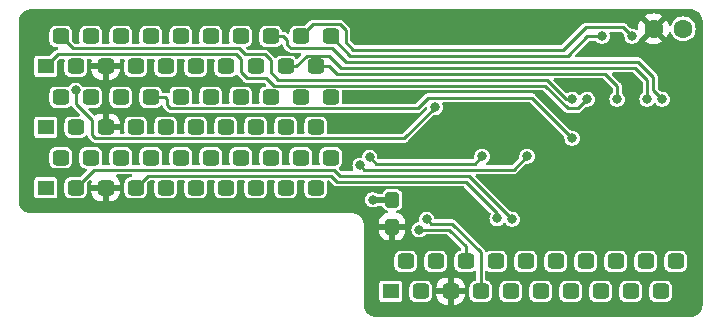
<source format=gbl>
G04 #@! TF.GenerationSoftware,KiCad,Pcbnew,7.0.2-0*
G04 #@! TF.CreationDate,2023-08-19T01:07:35+02:00*
G04 #@! TF.ProjectId,MegaCD,4d656761-4344-42e6-9b69-6361645f7063,rev?*
G04 #@! TF.SameCoordinates,Original*
G04 #@! TF.FileFunction,Copper,L4,Bot*
G04 #@! TF.FilePolarity,Positive*
%FSLAX46Y46*%
G04 Gerber Fmt 4.6, Leading zero omitted, Abs format (unit mm)*
G04 Created by KiCad (PCBNEW 7.0.2-0) date 2023-08-19 01:07:35*
%MOMM*%
%LPD*%
G01*
G04 APERTURE LIST*
G04 Aperture macros list*
%AMRoundRect*
0 Rectangle with rounded corners*
0 $1 Rounding radius*
0 $2 $3 $4 $5 $6 $7 $8 $9 X,Y pos of 4 corners*
0 Add a 4 corners polygon primitive as box body*
4,1,4,$2,$3,$4,$5,$6,$7,$8,$9,$2,$3,0*
0 Add four circle primitives for the rounded corners*
1,1,$1+$1,$2,$3*
1,1,$1+$1,$4,$5*
1,1,$1+$1,$6,$7*
1,1,$1+$1,$8,$9*
0 Add four rect primitives between the rounded corners*
20,1,$1+$1,$2,$3,$4,$5,0*
20,1,$1+$1,$4,$5,$6,$7,0*
20,1,$1+$1,$6,$7,$8,$9,0*
20,1,$1+$1,$8,$9,$2,$3,0*%
G04 Aperture macros list end*
G04 #@! TA.AperFunction,SMDPad,CuDef*
%ADD10RoundRect,0.255319X-0.344681X0.394681X-0.344681X-0.394681X0.344681X-0.394681X0.344681X0.394681X0*%
G04 #@! TD*
G04 #@! TA.AperFunction,ComponentPad*
%ADD11R,1.400000X1.300000*%
G04 #@! TD*
G04 #@! TA.AperFunction,ComponentPad*
%ADD12RoundRect,0.325000X0.375000X-0.325000X0.375000X0.325000X-0.375000X0.325000X-0.375000X-0.325000X0*%
G04 #@! TD*
G04 #@! TA.AperFunction,ComponentPad*
%ADD13C,1.600000*%
G04 #@! TD*
G04 #@! TA.AperFunction,ViaPad*
%ADD14C,0.800000*%
G04 #@! TD*
G04 #@! TA.AperFunction,Conductor*
%ADD15C,0.500000*%
G04 #@! TD*
G04 #@! TA.AperFunction,Conductor*
%ADD16C,0.250000*%
G04 #@! TD*
G04 APERTURE END LIST*
D10*
X148717000Y-120904000D03*
X148717000Y-123190000D03*
D11*
X119380000Y-114757200D03*
D12*
X120650000Y-112217200D03*
X121920000Y-114757200D03*
X123190000Y-112217200D03*
X124460000Y-114757200D03*
X125730000Y-112217200D03*
X127000000Y-114757200D03*
X128270000Y-112217200D03*
X129540000Y-114757200D03*
X130810000Y-112217200D03*
X132080000Y-114757200D03*
X133350000Y-112217200D03*
X134620000Y-114757200D03*
X135890000Y-112217200D03*
X137160000Y-114757200D03*
X138430000Y-112217200D03*
X139700000Y-114757200D03*
X140970000Y-112217200D03*
X142240000Y-114757200D03*
X143510000Y-112217200D03*
D11*
X119380000Y-119888000D03*
D12*
X120650000Y-117348000D03*
X121920000Y-119888000D03*
X123190000Y-117348000D03*
X124460000Y-119888000D03*
X125730000Y-117348000D03*
X127000000Y-119888000D03*
X128270000Y-117348000D03*
X129540000Y-119888000D03*
X130810000Y-117348000D03*
X132080000Y-119888000D03*
X133350000Y-117348000D03*
X134620000Y-119888000D03*
X135890000Y-117348000D03*
X137160000Y-119888000D03*
X138430000Y-117348000D03*
X139700000Y-119888000D03*
X140970000Y-117348000D03*
X142240000Y-119888000D03*
X143510000Y-117348000D03*
D11*
X119380000Y-109601000D03*
D12*
X120650000Y-107061000D03*
X121920000Y-109601000D03*
X123190000Y-107061000D03*
X124460000Y-109601000D03*
X125730000Y-107061000D03*
X127000000Y-109601000D03*
X128270000Y-107061000D03*
X129540000Y-109601000D03*
X130810000Y-107061000D03*
X132080000Y-109601000D03*
X133350000Y-107061000D03*
X134620000Y-109601000D03*
X135890000Y-107061000D03*
X137160000Y-109601000D03*
X138430000Y-107061000D03*
X139700000Y-109601000D03*
X140970000Y-107061000D03*
X142240000Y-109601000D03*
X143510000Y-107061000D03*
D11*
X148590000Y-128651000D03*
D12*
X149860000Y-126111000D03*
X151130000Y-128651000D03*
X152400000Y-126111000D03*
X153670000Y-128651000D03*
X154940000Y-126111000D03*
X156210000Y-128651000D03*
X157480000Y-126111000D03*
X158750000Y-128651000D03*
X160020000Y-126111000D03*
X161290000Y-128651000D03*
X162560000Y-126111000D03*
X163830000Y-128651000D03*
X165100000Y-126111000D03*
X166370000Y-128651000D03*
X167640000Y-126111000D03*
X168910000Y-128651000D03*
X170180000Y-126111000D03*
X171450000Y-128651000D03*
X172720000Y-126111000D03*
D13*
X173355000Y-106426000D03*
X170855000Y-106426000D03*
D14*
X174244000Y-123571000D03*
X170180000Y-130048000D03*
X160782000Y-122809000D03*
X156210000Y-123444000D03*
X148717000Y-124968000D03*
X147066000Y-120904000D03*
X172847000Y-114554000D03*
X155067000Y-106553000D03*
X148717000Y-106553000D03*
X146812000Y-117303000D03*
X156337000Y-117221000D03*
X151638000Y-122555000D03*
X151003000Y-123444000D03*
X121920000Y-111633000D03*
X152344750Y-113075000D03*
X146002681Y-117999500D03*
X160147000Y-117221000D03*
X158877000Y-122555000D03*
X157607000Y-122480207D03*
X165227000Y-112395000D03*
X166497000Y-107061000D03*
X167767000Y-112395000D03*
X169037000Y-107061000D03*
X170307000Y-112395000D03*
X171577000Y-112395000D03*
X163957000Y-112395000D03*
X163957000Y-115697000D03*
D15*
X148717000Y-124968000D02*
X148717000Y-123444000D01*
X146812000Y-126873000D02*
X146812000Y-129921000D01*
X148717000Y-124968000D02*
X146812000Y-126873000D01*
X146812000Y-129921000D02*
X147193000Y-130302000D01*
X153289000Y-130302000D02*
X153670000Y-129921000D01*
X147193000Y-130302000D02*
X153289000Y-130302000D01*
X154051000Y-130302000D02*
X153670000Y-129921000D01*
X169926000Y-130302000D02*
X154051000Y-130302000D01*
X170180000Y-130048000D02*
X169926000Y-130302000D01*
X174244000Y-123571000D02*
X174244000Y-129667000D01*
X174244000Y-129667000D02*
X173863000Y-130048000D01*
X173863000Y-130048000D02*
X170180000Y-130048000D01*
X172847000Y-114554000D02*
X174244000Y-115951000D01*
X174244000Y-115951000D02*
X174244000Y-123571000D01*
D16*
X155067000Y-106553000D02*
X156083000Y-105537000D01*
X156083000Y-105537000D02*
X169966000Y-105537000D01*
X169966000Y-105537000D02*
X170855000Y-106426000D01*
D15*
X147066000Y-120904000D02*
X148717000Y-120904000D01*
D16*
X171577000Y-112395000D02*
X170815000Y-111633000D01*
X144780000Y-109220000D02*
X143637000Y-108077000D01*
X170815000Y-110490000D02*
X169545000Y-109220000D01*
X169545000Y-109220000D02*
X144780000Y-109220000D01*
X170815000Y-111633000D02*
X170815000Y-110490000D01*
X143637000Y-108077000D02*
X140144500Y-108077000D01*
X140144500Y-108077000D02*
X139827000Y-107759500D01*
X139827000Y-107759500D02*
X139827000Y-107378500D01*
X139827000Y-107378500D02*
X139509500Y-107061000D01*
X139509500Y-107061000D02*
X138430000Y-107061000D01*
X170307000Y-112395000D02*
X170307000Y-110744000D01*
X170307000Y-110744000D02*
X169291000Y-109728000D01*
X169291000Y-109728000D02*
X144399000Y-109728000D01*
X144399000Y-109728000D02*
X143370000Y-108699000D01*
X143370000Y-108699000D02*
X141491000Y-108699000D01*
X141491000Y-108699000D02*
X140589000Y-109601000D01*
X140589000Y-109601000D02*
X139700000Y-109601000D01*
X163957000Y-112395000D02*
X163449000Y-112395000D01*
X163449000Y-112395000D02*
X161798000Y-110744000D01*
X135763000Y-108077000D02*
X121666000Y-108077000D01*
X139065000Y-110744000D02*
X138430000Y-110109000D01*
X138430000Y-110109000D02*
X138430000Y-109093000D01*
X161798000Y-110744000D02*
X139065000Y-110744000D01*
X138430000Y-109093000D02*
X137922000Y-108585000D01*
X137922000Y-108585000D02*
X136271000Y-108585000D01*
X136271000Y-108585000D02*
X135763000Y-108077000D01*
X121666000Y-108077000D02*
X120650000Y-107061000D01*
X165227000Y-112395000D02*
X164465000Y-113157000D01*
X138684000Y-111252000D02*
X138049000Y-110617000D01*
X120396000Y-108585000D02*
X119380000Y-109601000D01*
X164465000Y-113157000D02*
X163576000Y-113157000D01*
X138049000Y-110617000D02*
X136398000Y-110617000D01*
X163576000Y-113157000D02*
X161671000Y-111252000D01*
X161671000Y-111252000D02*
X138684000Y-111252000D01*
X136398000Y-110617000D02*
X135890000Y-110109000D01*
X135890000Y-110109000D02*
X135890000Y-108972999D01*
X135890000Y-108972999D02*
X135502001Y-108585000D01*
X135502001Y-108585000D02*
X120396000Y-108585000D01*
X146002681Y-117999500D02*
X146367181Y-118364000D01*
X146367181Y-118364000D02*
X159004000Y-118364000D01*
X159004000Y-118364000D02*
X160147000Y-117221000D01*
X147365000Y-117856000D02*
X155702000Y-117856000D01*
X155702000Y-117856000D02*
X156337000Y-117221000D01*
X146812000Y-117303000D02*
X147365000Y-117856000D01*
X128016000Y-118872000D02*
X127000000Y-119888000D01*
X144018000Y-119380000D02*
X143510000Y-118872000D01*
X143510000Y-118872000D02*
X128016000Y-118872000D01*
X154940000Y-119380000D02*
X144018000Y-119380000D01*
X157607000Y-122047000D02*
X154940000Y-119380000D01*
X157607000Y-122480207D02*
X157607000Y-122047000D01*
X144272000Y-118872000D02*
X155194000Y-118872000D01*
X143764000Y-118364000D02*
X144272000Y-118872000D01*
X123444000Y-118364000D02*
X143764000Y-118364000D01*
X155194000Y-118872000D02*
X158877000Y-122555000D01*
X121920000Y-119888000D02*
X123444000Y-118364000D01*
X123317000Y-114173000D02*
X121920000Y-112776000D01*
X121920000Y-112776000D02*
X121920000Y-111633000D01*
X123317000Y-115443000D02*
X123317000Y-114173000D01*
X123571000Y-115697000D02*
X123317000Y-115443000D01*
X149749500Y-115697000D02*
X123571000Y-115697000D01*
X152344750Y-113101750D02*
X149749500Y-115697000D01*
X152344750Y-113075000D02*
X152344750Y-113101750D01*
X128270000Y-112217200D02*
X129489200Y-112217200D01*
X150876000Y-113157000D02*
X151765000Y-112268000D01*
X129489200Y-112217200D02*
X129667000Y-112395000D01*
X129667000Y-112395000D02*
X129667000Y-112903000D01*
X160528000Y-112268000D02*
X163957000Y-115697000D01*
X129667000Y-112903000D02*
X129921000Y-113157000D01*
X129921000Y-113157000D02*
X150876000Y-113157000D01*
X151765000Y-112268000D02*
X160528000Y-112268000D01*
X140970000Y-107061000D02*
X141986000Y-106045000D01*
X144272000Y-106045000D02*
X144780000Y-106553000D01*
X141986000Y-106045000D02*
X144272000Y-106045000D01*
X144780000Y-106553000D02*
X144780000Y-107569000D01*
X144780000Y-107569000D02*
X145415000Y-108204000D01*
X145415000Y-108204000D02*
X163195000Y-108204000D01*
X163195000Y-108204000D02*
X165100000Y-106299000D01*
X165100000Y-106299000D02*
X168275000Y-106299000D01*
X168275000Y-106299000D02*
X169037000Y-107061000D01*
X166497000Y-107061000D02*
X165227000Y-107061000D01*
X165227000Y-107061000D02*
X163576000Y-108712000D01*
X163576000Y-108712000D02*
X145161000Y-108712000D01*
X145161000Y-108712000D02*
X143510000Y-107061000D01*
X167767000Y-112395000D02*
X167767000Y-111252000D01*
X167767000Y-111252000D02*
X166751000Y-110236000D01*
X166751000Y-110236000D02*
X144018000Y-110236000D01*
X144018000Y-110236000D02*
X143383000Y-109601000D01*
X143383000Y-109601000D02*
X142240000Y-109601000D01*
D15*
X148717000Y-106553000D02*
X155067000Y-106553000D01*
X153670000Y-128651000D02*
X153670000Y-129921000D01*
D16*
X152019000Y-122936000D02*
X153797000Y-122936000D01*
X156210000Y-125349000D02*
X156210000Y-128651000D01*
X153797000Y-122936000D02*
X156210000Y-125349000D01*
X151638000Y-122555000D02*
X152019000Y-122936000D01*
X153543000Y-123444000D02*
X154940000Y-124841000D01*
X151003000Y-123444000D02*
X153543000Y-123444000D01*
X154940000Y-124841000D02*
X154940000Y-126111000D01*
G04 #@! TA.AperFunction,Conductor*
G36*
X173995393Y-104775971D02*
G01*
X174035477Y-104779478D01*
X174164732Y-104792209D01*
X174184644Y-104795832D01*
X174250302Y-104813425D01*
X174254179Y-104814532D01*
X174347384Y-104842806D01*
X174363778Y-104849079D01*
X174430720Y-104880294D01*
X174436710Y-104883288D01*
X174517535Y-104926490D01*
X174530173Y-104934254D01*
X174592366Y-104977802D01*
X174599886Y-104983508D01*
X174669299Y-105040474D01*
X174678315Y-105048646D01*
X174732352Y-105102683D01*
X174740524Y-105111699D01*
X174797490Y-105181112D01*
X174803203Y-105188641D01*
X174846739Y-105250817D01*
X174854514Y-105263474D01*
X174897696Y-105344261D01*
X174900712Y-105350295D01*
X174931917Y-105417215D01*
X174938196Y-105433625D01*
X174966462Y-105526808D01*
X174967576Y-105530708D01*
X174985163Y-105596343D01*
X174988791Y-105616282D01*
X175001523Y-105745546D01*
X175005031Y-105785640D01*
X175005500Y-105796403D01*
X175005500Y-129788585D01*
X175005028Y-129799393D01*
X175001523Y-129839451D01*
X174988791Y-129968719D01*
X174985164Y-129988652D01*
X174967576Y-130054290D01*
X174966462Y-130058190D01*
X174938196Y-130151373D01*
X174931917Y-130167783D01*
X174900712Y-130234703D01*
X174897688Y-130240753D01*
X174854516Y-130321521D01*
X174846733Y-130334191D01*
X174803212Y-130396345D01*
X174797490Y-130403886D01*
X174740524Y-130473299D01*
X174732352Y-130482315D01*
X174678315Y-130536352D01*
X174669299Y-130544524D01*
X174599886Y-130601490D01*
X174592345Y-130607212D01*
X174530191Y-130650733D01*
X174517521Y-130658516D01*
X174436753Y-130701688D01*
X174430703Y-130704712D01*
X174363783Y-130735917D01*
X174347373Y-130742196D01*
X174254190Y-130770462D01*
X174250290Y-130771576D01*
X174184655Y-130789163D01*
X174164716Y-130792791D01*
X174035453Y-130805523D01*
X174026215Y-130806331D01*
X173995360Y-130809031D01*
X173984596Y-130809500D01*
X147325414Y-130809500D01*
X147314606Y-130809028D01*
X147274547Y-130805523D01*
X147145279Y-130792791D01*
X147125346Y-130789164D01*
X147059708Y-130771576D01*
X147055808Y-130770462D01*
X146962625Y-130742196D01*
X146946215Y-130735917D01*
X146879295Y-130704712D01*
X146873261Y-130701696D01*
X146792474Y-130658514D01*
X146779817Y-130650739D01*
X146717641Y-130607203D01*
X146710112Y-130601490D01*
X146640699Y-130544524D01*
X146631683Y-130536352D01*
X146577646Y-130482315D01*
X146569474Y-130473299D01*
X146512508Y-130403886D01*
X146506802Y-130396366D01*
X146463254Y-130334173D01*
X146455490Y-130321535D01*
X146412288Y-130240710D01*
X146409294Y-130234720D01*
X146378079Y-130167778D01*
X146371806Y-130151384D01*
X146343532Y-130058179D01*
X146342422Y-130054290D01*
X146324835Y-129988655D01*
X146324834Y-129988652D01*
X146324834Y-129988649D01*
X146321208Y-129968719D01*
X146308478Y-129839477D01*
X146304968Y-129799359D01*
X146304500Y-129788599D01*
X146304500Y-129325674D01*
X147639500Y-129325674D01*
X147654033Y-129398738D01*
X147654033Y-129398739D01*
X147654034Y-129398740D01*
X147709399Y-129481601D01*
X147792260Y-129536966D01*
X147828792Y-129544233D01*
X147865325Y-129551500D01*
X147865326Y-129551500D01*
X149314675Y-129551500D01*
X149339029Y-129546655D01*
X149387740Y-129536966D01*
X149470601Y-129481601D01*
X149525966Y-129398740D01*
X149540500Y-129325674D01*
X149540500Y-129013720D01*
X150179500Y-129013720D01*
X150180028Y-129017737D01*
X150180029Y-129017739D01*
X150194313Y-129126235D01*
X150250621Y-129262176D01*
X150252302Y-129266233D01*
X150344549Y-129386451D01*
X150464767Y-129478698D01*
X150604764Y-129536687D01*
X150717280Y-129551500D01*
X150721333Y-129551500D01*
X151538667Y-129551500D01*
X151542720Y-129551500D01*
X151655236Y-129536687D01*
X151795233Y-129478698D01*
X151915451Y-129386451D01*
X152007698Y-129266233D01*
X152065687Y-129126236D01*
X152076297Y-129045646D01*
X152470000Y-129045646D01*
X152470141Y-129049835D01*
X152472731Y-129088031D01*
X152516040Y-129262176D01*
X152595771Y-129422940D01*
X152708197Y-129562802D01*
X152848059Y-129675228D01*
X153008823Y-129754959D01*
X153182968Y-129798268D01*
X153221164Y-129800858D01*
X153225354Y-129801000D01*
X153420000Y-129801000D01*
X153420000Y-128966686D01*
X153431955Y-128978641D01*
X153544852Y-129036165D01*
X153638519Y-129051000D01*
X153701481Y-129051000D01*
X153795148Y-129036165D01*
X153908045Y-128978641D01*
X153920000Y-128966686D01*
X153920000Y-129801000D01*
X154114646Y-129801000D01*
X154118835Y-129800858D01*
X154157031Y-129798268D01*
X154331176Y-129754959D01*
X154491940Y-129675228D01*
X154631802Y-129562802D01*
X154744228Y-129422940D01*
X154823959Y-129262176D01*
X154867268Y-129088031D01*
X154869858Y-129049835D01*
X154870000Y-129045646D01*
X154870000Y-128901000D01*
X153985686Y-128901000D01*
X153997641Y-128889045D01*
X154055165Y-128776148D01*
X154074986Y-128651000D01*
X154055165Y-128525852D01*
X153997641Y-128412955D01*
X153985686Y-128401000D01*
X154870000Y-128401000D01*
X154870000Y-128256353D01*
X154869858Y-128252164D01*
X154867268Y-128213968D01*
X154823959Y-128039823D01*
X154744228Y-127879059D01*
X154631802Y-127739197D01*
X154491940Y-127626771D01*
X154331176Y-127547040D01*
X154157031Y-127503731D01*
X154118835Y-127501141D01*
X154114646Y-127501000D01*
X153920000Y-127501000D01*
X153920000Y-128335313D01*
X153908045Y-128323359D01*
X153795148Y-128265835D01*
X153701481Y-128251000D01*
X153638519Y-128251000D01*
X153544852Y-128265835D01*
X153431955Y-128323359D01*
X153420000Y-128335314D01*
X153420000Y-127501000D01*
X153225354Y-127501000D01*
X153221164Y-127501141D01*
X153182968Y-127503731D01*
X153008823Y-127547040D01*
X152848059Y-127626771D01*
X152708197Y-127739197D01*
X152595771Y-127879059D01*
X152516040Y-128039823D01*
X152472731Y-128213968D01*
X152470141Y-128252164D01*
X152470000Y-128256353D01*
X152470000Y-128401000D01*
X153354314Y-128401000D01*
X153342359Y-128412955D01*
X153284835Y-128525852D01*
X153265014Y-128651000D01*
X153284835Y-128776148D01*
X153342359Y-128889045D01*
X153354314Y-128901000D01*
X152470000Y-128901000D01*
X152470000Y-129045646D01*
X152076297Y-129045646D01*
X152080500Y-129013720D01*
X152080500Y-128288280D01*
X152065687Y-128175764D01*
X152007698Y-128035767D01*
X151915451Y-127915549D01*
X151795233Y-127823302D01*
X151655236Y-127765313D01*
X151596356Y-127757561D01*
X151546739Y-127751029D01*
X151546737Y-127751028D01*
X151542720Y-127750500D01*
X150717280Y-127750500D01*
X150713263Y-127751028D01*
X150713260Y-127751029D01*
X150604764Y-127765313D01*
X150464768Y-127823301D01*
X150344549Y-127915549D01*
X150252301Y-128035768D01*
X150194312Y-128175764D01*
X150194313Y-128175764D01*
X150179500Y-128288280D01*
X150179500Y-129013720D01*
X149540500Y-129013720D01*
X149540500Y-127976326D01*
X149525966Y-127903260D01*
X149470601Y-127820399D01*
X149387740Y-127765034D01*
X149387739Y-127765033D01*
X149387738Y-127765033D01*
X149314675Y-127750500D01*
X149314674Y-127750500D01*
X147865326Y-127750500D01*
X147865325Y-127750500D01*
X147792261Y-127765033D01*
X147709399Y-127820399D01*
X147654033Y-127903261D01*
X147639500Y-127976325D01*
X147639500Y-129325674D01*
X146304500Y-129325674D01*
X146304500Y-126473720D01*
X148909500Y-126473720D01*
X148924313Y-126586236D01*
X148982302Y-126726233D01*
X149074549Y-126846451D01*
X149194767Y-126938698D01*
X149334764Y-126996687D01*
X149447280Y-127011500D01*
X149451333Y-127011500D01*
X150268667Y-127011500D01*
X150272720Y-127011500D01*
X150385236Y-126996687D01*
X150525233Y-126938698D01*
X150645451Y-126846451D01*
X150737698Y-126726233D01*
X150795687Y-126586236D01*
X150810500Y-126473720D01*
X151449500Y-126473720D01*
X151464313Y-126586236D01*
X151522302Y-126726233D01*
X151614549Y-126846451D01*
X151734767Y-126938698D01*
X151874764Y-126996687D01*
X151987280Y-127011500D01*
X151991333Y-127011500D01*
X152808667Y-127011500D01*
X152812720Y-127011500D01*
X152925236Y-126996687D01*
X153065233Y-126938698D01*
X153185451Y-126846451D01*
X153277698Y-126726233D01*
X153335687Y-126586236D01*
X153350500Y-126473720D01*
X153350500Y-125748280D01*
X153335687Y-125635764D01*
X153277698Y-125495767D01*
X153185451Y-125375549D01*
X153065233Y-125283302D01*
X152925236Y-125225313D01*
X152866356Y-125217561D01*
X152816739Y-125211029D01*
X152816737Y-125211028D01*
X152812720Y-125210500D01*
X151987280Y-125210500D01*
X151983263Y-125211028D01*
X151983260Y-125211029D01*
X151874764Y-125225313D01*
X151734768Y-125283301D01*
X151614549Y-125375549D01*
X151522301Y-125495768D01*
X151518669Y-125504537D01*
X151464313Y-125635764D01*
X151449500Y-125748280D01*
X151449500Y-126473720D01*
X150810500Y-126473720D01*
X150810500Y-125748280D01*
X150795687Y-125635764D01*
X150737698Y-125495767D01*
X150645451Y-125375549D01*
X150525233Y-125283302D01*
X150385236Y-125225313D01*
X150326356Y-125217561D01*
X150276739Y-125211029D01*
X150276737Y-125211028D01*
X150272720Y-125210500D01*
X149447280Y-125210500D01*
X149443263Y-125211028D01*
X149443260Y-125211029D01*
X149334764Y-125225313D01*
X149194768Y-125283301D01*
X149074549Y-125375549D01*
X148982301Y-125495768D01*
X148978669Y-125504537D01*
X148924313Y-125635764D01*
X148909500Y-125748280D01*
X148909500Y-126473720D01*
X146304500Y-126473720D01*
X146304500Y-123440000D01*
X147617001Y-123440000D01*
X147617001Y-123631861D01*
X147617320Y-123638142D01*
X147627569Y-123738461D01*
X147683106Y-123906063D01*
X147775802Y-124056348D01*
X147900651Y-124181197D01*
X148050935Y-124273893D01*
X148218539Y-124329431D01*
X148318858Y-124339680D01*
X148325136Y-124339999D01*
X148466999Y-124339999D01*
X148467000Y-124339998D01*
X148467000Y-123440000D01*
X148967000Y-123440000D01*
X148967000Y-124339999D01*
X149108861Y-124339999D01*
X149115142Y-124339679D01*
X149215461Y-124329430D01*
X149383063Y-124273893D01*
X149533348Y-124181197D01*
X149658197Y-124056348D01*
X149750893Y-123906064D01*
X149806431Y-123738460D01*
X149816680Y-123638141D01*
X149817000Y-123631863D01*
X149817000Y-123443999D01*
X150347721Y-123443999D01*
X150366763Y-123600818D01*
X150422780Y-123748523D01*
X150512515Y-123878528D01*
X150512516Y-123878529D01*
X150512517Y-123878530D01*
X150630760Y-123983283D01*
X150770635Y-124056696D01*
X150924015Y-124094500D01*
X151081985Y-124094500D01*
X151235365Y-124056696D01*
X151375240Y-123983283D01*
X151493483Y-123878530D01*
X151497257Y-123873061D01*
X151551538Y-123829071D01*
X151599308Y-123819500D01*
X153336101Y-123819500D01*
X153403140Y-123839185D01*
X153423782Y-123855819D01*
X154528180Y-124960217D01*
X154561665Y-125021540D01*
X154564499Y-125047898D01*
X154564499Y-125096855D01*
X154544814Y-125163894D01*
X154492010Y-125209649D01*
X154456685Y-125219794D01*
X154414764Y-125225313D01*
X154274768Y-125283301D01*
X154154549Y-125375549D01*
X154062301Y-125495768D01*
X154058669Y-125504537D01*
X154004313Y-125635764D01*
X153989500Y-125748280D01*
X153989500Y-126473720D01*
X154004313Y-126586236D01*
X154062302Y-126726233D01*
X154154549Y-126846451D01*
X154274767Y-126938698D01*
X154414764Y-126996687D01*
X154527280Y-127011500D01*
X154531333Y-127011500D01*
X155348667Y-127011500D01*
X155352720Y-127011500D01*
X155465236Y-126996687D01*
X155605233Y-126938698D01*
X155635012Y-126915847D01*
X155700182Y-126890652D01*
X155768627Y-126904690D01*
X155818617Y-126953503D01*
X155834500Y-127014222D01*
X155834500Y-127636855D01*
X155814815Y-127703894D01*
X155762011Y-127749649D01*
X155726685Y-127759794D01*
X155684764Y-127765312D01*
X155544768Y-127823301D01*
X155424549Y-127915549D01*
X155332301Y-128035768D01*
X155274312Y-128175763D01*
X155274313Y-128175764D01*
X155259500Y-128288280D01*
X155259500Y-129013720D01*
X155260028Y-129017737D01*
X155260029Y-129017739D01*
X155274313Y-129126235D01*
X155330621Y-129262176D01*
X155332302Y-129266233D01*
X155424549Y-129386451D01*
X155544767Y-129478698D01*
X155684764Y-129536687D01*
X155797280Y-129551500D01*
X155801333Y-129551500D01*
X156618667Y-129551500D01*
X156622720Y-129551500D01*
X156735236Y-129536687D01*
X156875233Y-129478698D01*
X156995451Y-129386451D01*
X157087698Y-129266233D01*
X157145687Y-129126236D01*
X157160500Y-129013720D01*
X157799500Y-129013720D01*
X157800028Y-129017737D01*
X157800029Y-129017739D01*
X157814313Y-129126235D01*
X157870621Y-129262176D01*
X157872302Y-129266233D01*
X157964549Y-129386451D01*
X158084767Y-129478698D01*
X158224764Y-129536687D01*
X158337280Y-129551500D01*
X158341333Y-129551500D01*
X159158667Y-129551500D01*
X159162720Y-129551500D01*
X159275236Y-129536687D01*
X159415233Y-129478698D01*
X159535451Y-129386451D01*
X159627698Y-129266233D01*
X159685687Y-129126236D01*
X159700500Y-129013720D01*
X160339500Y-129013720D01*
X160340028Y-129017737D01*
X160340029Y-129017739D01*
X160354313Y-129126235D01*
X160410621Y-129262176D01*
X160412302Y-129266233D01*
X160504549Y-129386451D01*
X160624767Y-129478698D01*
X160764764Y-129536687D01*
X160877280Y-129551500D01*
X160881333Y-129551500D01*
X161698667Y-129551500D01*
X161702720Y-129551500D01*
X161815236Y-129536687D01*
X161955233Y-129478698D01*
X162075451Y-129386451D01*
X162167698Y-129266233D01*
X162225687Y-129126236D01*
X162240500Y-129013720D01*
X162879500Y-129013720D01*
X162880028Y-129017737D01*
X162880029Y-129017739D01*
X162894313Y-129126235D01*
X162950621Y-129262176D01*
X162952302Y-129266233D01*
X163044549Y-129386451D01*
X163164767Y-129478698D01*
X163304764Y-129536687D01*
X163417280Y-129551500D01*
X163421333Y-129551500D01*
X164238667Y-129551500D01*
X164242720Y-129551500D01*
X164355236Y-129536687D01*
X164495233Y-129478698D01*
X164615451Y-129386451D01*
X164707698Y-129266233D01*
X164765687Y-129126236D01*
X164780500Y-129013720D01*
X165419500Y-129013720D01*
X165420028Y-129017737D01*
X165420029Y-129017739D01*
X165434313Y-129126235D01*
X165490621Y-129262176D01*
X165492302Y-129266233D01*
X165584549Y-129386451D01*
X165704767Y-129478698D01*
X165844764Y-129536687D01*
X165957280Y-129551500D01*
X165961333Y-129551500D01*
X166778667Y-129551500D01*
X166782720Y-129551500D01*
X166895236Y-129536687D01*
X167035233Y-129478698D01*
X167155451Y-129386451D01*
X167247698Y-129266233D01*
X167305687Y-129126236D01*
X167320500Y-129013720D01*
X167959500Y-129013720D01*
X167960028Y-129017737D01*
X167960029Y-129017739D01*
X167974313Y-129126235D01*
X168030621Y-129262176D01*
X168032302Y-129266233D01*
X168124549Y-129386451D01*
X168244767Y-129478698D01*
X168384764Y-129536687D01*
X168497280Y-129551500D01*
X168501333Y-129551500D01*
X169318667Y-129551500D01*
X169322720Y-129551500D01*
X169435236Y-129536687D01*
X169575233Y-129478698D01*
X169695451Y-129386451D01*
X169787698Y-129266233D01*
X169845687Y-129126236D01*
X169860500Y-129013720D01*
X170499500Y-129013720D01*
X170500028Y-129017737D01*
X170500029Y-129017739D01*
X170514313Y-129126235D01*
X170570621Y-129262176D01*
X170572302Y-129266233D01*
X170664549Y-129386451D01*
X170784767Y-129478698D01*
X170924764Y-129536687D01*
X171037280Y-129551500D01*
X171041333Y-129551500D01*
X171858667Y-129551500D01*
X171862720Y-129551500D01*
X171975236Y-129536687D01*
X172115233Y-129478698D01*
X172235451Y-129386451D01*
X172327698Y-129266233D01*
X172385687Y-129126236D01*
X172400500Y-129013720D01*
X172400500Y-128288280D01*
X172385687Y-128175764D01*
X172327698Y-128035767D01*
X172235451Y-127915549D01*
X172115233Y-127823302D01*
X171975236Y-127765313D01*
X171916356Y-127757561D01*
X171866739Y-127751029D01*
X171866737Y-127751028D01*
X171862720Y-127750500D01*
X171037280Y-127750500D01*
X171033263Y-127751028D01*
X171033260Y-127751029D01*
X170924764Y-127765313D01*
X170784768Y-127823301D01*
X170664549Y-127915549D01*
X170572301Y-128035768D01*
X170514312Y-128175764D01*
X170514313Y-128175764D01*
X170499500Y-128288280D01*
X170499500Y-129013720D01*
X169860500Y-129013720D01*
X169860500Y-128288280D01*
X169845687Y-128175764D01*
X169787698Y-128035767D01*
X169695451Y-127915549D01*
X169575233Y-127823302D01*
X169435236Y-127765313D01*
X169376356Y-127757561D01*
X169326739Y-127751029D01*
X169326737Y-127751028D01*
X169322720Y-127750500D01*
X168497280Y-127750500D01*
X168493263Y-127751028D01*
X168493260Y-127751029D01*
X168384764Y-127765313D01*
X168244768Y-127823301D01*
X168124549Y-127915549D01*
X168032301Y-128035768D01*
X167974312Y-128175763D01*
X167974313Y-128175764D01*
X167959500Y-128288280D01*
X167959500Y-129013720D01*
X167320500Y-129013720D01*
X167320500Y-128288280D01*
X167305687Y-128175764D01*
X167247698Y-128035767D01*
X167155451Y-127915549D01*
X167035233Y-127823302D01*
X166895236Y-127765313D01*
X166836356Y-127757561D01*
X166786739Y-127751029D01*
X166786737Y-127751028D01*
X166782720Y-127750500D01*
X165957280Y-127750500D01*
X165953263Y-127751028D01*
X165953260Y-127751029D01*
X165844764Y-127765313D01*
X165704768Y-127823301D01*
X165584549Y-127915549D01*
X165492301Y-128035768D01*
X165434312Y-128175763D01*
X165434313Y-128175764D01*
X165419500Y-128288280D01*
X165419500Y-129013720D01*
X164780500Y-129013720D01*
X164780500Y-128288280D01*
X164765687Y-128175764D01*
X164707698Y-128035767D01*
X164615451Y-127915549D01*
X164495233Y-127823302D01*
X164355236Y-127765313D01*
X164296356Y-127757561D01*
X164246739Y-127751029D01*
X164246737Y-127751028D01*
X164242720Y-127750500D01*
X163417280Y-127750500D01*
X163413263Y-127751028D01*
X163413260Y-127751029D01*
X163304764Y-127765313D01*
X163164768Y-127823301D01*
X163044549Y-127915549D01*
X162952301Y-128035768D01*
X162894312Y-128175764D01*
X162894313Y-128175764D01*
X162879500Y-128288280D01*
X162879500Y-129013720D01*
X162240500Y-129013720D01*
X162240500Y-128288280D01*
X162225687Y-128175764D01*
X162167698Y-128035767D01*
X162075451Y-127915549D01*
X161955233Y-127823302D01*
X161815236Y-127765313D01*
X161756356Y-127757561D01*
X161706739Y-127751029D01*
X161706737Y-127751028D01*
X161702720Y-127750500D01*
X160877280Y-127750500D01*
X160873263Y-127751028D01*
X160873260Y-127751029D01*
X160764764Y-127765313D01*
X160624768Y-127823301D01*
X160504549Y-127915549D01*
X160412301Y-128035768D01*
X160354312Y-128175764D01*
X160354313Y-128175764D01*
X160339500Y-128288280D01*
X160339500Y-129013720D01*
X159700500Y-129013720D01*
X159700500Y-128288280D01*
X159685687Y-128175764D01*
X159627698Y-128035767D01*
X159535451Y-127915549D01*
X159415233Y-127823302D01*
X159275236Y-127765313D01*
X159216356Y-127757561D01*
X159166739Y-127751029D01*
X159166737Y-127751028D01*
X159162720Y-127750500D01*
X158337280Y-127750500D01*
X158333263Y-127751028D01*
X158333260Y-127751029D01*
X158224764Y-127765313D01*
X158084768Y-127823301D01*
X157964549Y-127915549D01*
X157872301Y-128035768D01*
X157814312Y-128175763D01*
X157814313Y-128175764D01*
X157799500Y-128288280D01*
X157799500Y-129013720D01*
X157160500Y-129013720D01*
X157160500Y-128288280D01*
X157145687Y-128175764D01*
X157087698Y-128035767D01*
X156995451Y-127915549D01*
X156875233Y-127823302D01*
X156868225Y-127820399D01*
X156735235Y-127765312D01*
X156693315Y-127759794D01*
X156629418Y-127731528D01*
X156590947Y-127673203D01*
X156585500Y-127636855D01*
X156585500Y-127014222D01*
X156605185Y-126947183D01*
X156657989Y-126901428D01*
X156727147Y-126891484D01*
X156784987Y-126915847D01*
X156814767Y-126938698D01*
X156954764Y-126996687D01*
X157067280Y-127011500D01*
X157071333Y-127011500D01*
X157888667Y-127011500D01*
X157892720Y-127011500D01*
X158005236Y-126996687D01*
X158145233Y-126938698D01*
X158265451Y-126846451D01*
X158357698Y-126726233D01*
X158415687Y-126586236D01*
X158430500Y-126473720D01*
X159069500Y-126473720D01*
X159084313Y-126586236D01*
X159142302Y-126726233D01*
X159234549Y-126846451D01*
X159354767Y-126938698D01*
X159494764Y-126996687D01*
X159607280Y-127011500D01*
X159611333Y-127011500D01*
X160428667Y-127011500D01*
X160432720Y-127011500D01*
X160545236Y-126996687D01*
X160685233Y-126938698D01*
X160805451Y-126846451D01*
X160897698Y-126726233D01*
X160955687Y-126586236D01*
X160970500Y-126473720D01*
X161609500Y-126473720D01*
X161624313Y-126586236D01*
X161682302Y-126726233D01*
X161774549Y-126846451D01*
X161894767Y-126938698D01*
X162034764Y-126996687D01*
X162147280Y-127011500D01*
X162151333Y-127011500D01*
X162968667Y-127011500D01*
X162972720Y-127011500D01*
X163085236Y-126996687D01*
X163225233Y-126938698D01*
X163345451Y-126846451D01*
X163437698Y-126726233D01*
X163495687Y-126586236D01*
X163510500Y-126473720D01*
X164149500Y-126473720D01*
X164164313Y-126586236D01*
X164222302Y-126726233D01*
X164314549Y-126846451D01*
X164434767Y-126938698D01*
X164574764Y-126996687D01*
X164687280Y-127011500D01*
X164691333Y-127011500D01*
X165508667Y-127011500D01*
X165512720Y-127011500D01*
X165625236Y-126996687D01*
X165765233Y-126938698D01*
X165885451Y-126846451D01*
X165977698Y-126726233D01*
X166035687Y-126586236D01*
X166050500Y-126473720D01*
X166689500Y-126473720D01*
X166704313Y-126586236D01*
X166762302Y-126726233D01*
X166854549Y-126846451D01*
X166974767Y-126938698D01*
X167114764Y-126996687D01*
X167227280Y-127011500D01*
X167231333Y-127011500D01*
X168048667Y-127011500D01*
X168052720Y-127011500D01*
X168165236Y-126996687D01*
X168305233Y-126938698D01*
X168425451Y-126846451D01*
X168517698Y-126726233D01*
X168575687Y-126586236D01*
X168590500Y-126473720D01*
X169229500Y-126473720D01*
X169244313Y-126586236D01*
X169302302Y-126726233D01*
X169394549Y-126846451D01*
X169514767Y-126938698D01*
X169654764Y-126996687D01*
X169767280Y-127011500D01*
X169771333Y-127011500D01*
X170588667Y-127011500D01*
X170592720Y-127011500D01*
X170705236Y-126996687D01*
X170845233Y-126938698D01*
X170965451Y-126846451D01*
X171057698Y-126726233D01*
X171115687Y-126586236D01*
X171130500Y-126473720D01*
X171769500Y-126473720D01*
X171784313Y-126586236D01*
X171842302Y-126726233D01*
X171934549Y-126846451D01*
X172054767Y-126938698D01*
X172194764Y-126996687D01*
X172307280Y-127011500D01*
X172311333Y-127011500D01*
X173128667Y-127011500D01*
X173132720Y-127011500D01*
X173245236Y-126996687D01*
X173385233Y-126938698D01*
X173505451Y-126846451D01*
X173597698Y-126726233D01*
X173655687Y-126586236D01*
X173670500Y-126473720D01*
X173670500Y-125748280D01*
X173655687Y-125635764D01*
X173597698Y-125495767D01*
X173505451Y-125375549D01*
X173385233Y-125283302D01*
X173245236Y-125225313D01*
X173186356Y-125217561D01*
X173136739Y-125211029D01*
X173136737Y-125211028D01*
X173132720Y-125210500D01*
X172307280Y-125210500D01*
X172303263Y-125211028D01*
X172303260Y-125211029D01*
X172194764Y-125225313D01*
X172054768Y-125283301D01*
X171934549Y-125375549D01*
X171842301Y-125495768D01*
X171838669Y-125504537D01*
X171784313Y-125635764D01*
X171769500Y-125748280D01*
X171769500Y-126473720D01*
X171130500Y-126473720D01*
X171130500Y-125748280D01*
X171115687Y-125635764D01*
X171057698Y-125495767D01*
X170965451Y-125375549D01*
X170845233Y-125283302D01*
X170705236Y-125225313D01*
X170646356Y-125217561D01*
X170596739Y-125211029D01*
X170596737Y-125211028D01*
X170592720Y-125210500D01*
X169767280Y-125210500D01*
X169763263Y-125211028D01*
X169763260Y-125211029D01*
X169654764Y-125225313D01*
X169514768Y-125283301D01*
X169394549Y-125375549D01*
X169302301Y-125495768D01*
X169298669Y-125504537D01*
X169244313Y-125635764D01*
X169229500Y-125748280D01*
X169229500Y-126473720D01*
X168590500Y-126473720D01*
X168590500Y-125748280D01*
X168575687Y-125635764D01*
X168517698Y-125495767D01*
X168425451Y-125375549D01*
X168305233Y-125283302D01*
X168165236Y-125225313D01*
X168106356Y-125217561D01*
X168056739Y-125211029D01*
X168056737Y-125211028D01*
X168052720Y-125210500D01*
X167227280Y-125210500D01*
X167223263Y-125211028D01*
X167223260Y-125211029D01*
X167114764Y-125225313D01*
X166974768Y-125283301D01*
X166854549Y-125375549D01*
X166762301Y-125495768D01*
X166758669Y-125504537D01*
X166704313Y-125635764D01*
X166689500Y-125748280D01*
X166689500Y-126473720D01*
X166050500Y-126473720D01*
X166050500Y-125748280D01*
X166035687Y-125635764D01*
X165977698Y-125495767D01*
X165885451Y-125375549D01*
X165765233Y-125283302D01*
X165625236Y-125225313D01*
X165566356Y-125217561D01*
X165516739Y-125211029D01*
X165516737Y-125211028D01*
X165512720Y-125210500D01*
X164687280Y-125210500D01*
X164683263Y-125211028D01*
X164683260Y-125211029D01*
X164574764Y-125225313D01*
X164434768Y-125283301D01*
X164314549Y-125375549D01*
X164222301Y-125495768D01*
X164218669Y-125504537D01*
X164164313Y-125635764D01*
X164149500Y-125748280D01*
X164149500Y-126473720D01*
X163510500Y-126473720D01*
X163510500Y-125748280D01*
X163495687Y-125635764D01*
X163437698Y-125495767D01*
X163345451Y-125375549D01*
X163225233Y-125283302D01*
X163085236Y-125225313D01*
X163026356Y-125217561D01*
X162976739Y-125211029D01*
X162976737Y-125211028D01*
X162972720Y-125210500D01*
X162147280Y-125210500D01*
X162143263Y-125211028D01*
X162143260Y-125211029D01*
X162034764Y-125225313D01*
X161894768Y-125283301D01*
X161774549Y-125375549D01*
X161682301Y-125495768D01*
X161678669Y-125504537D01*
X161624313Y-125635764D01*
X161609500Y-125748280D01*
X161609500Y-126473720D01*
X160970500Y-126473720D01*
X160970500Y-125748280D01*
X160955687Y-125635764D01*
X160897698Y-125495767D01*
X160805451Y-125375549D01*
X160685233Y-125283302D01*
X160545236Y-125225313D01*
X160486356Y-125217561D01*
X160436739Y-125211029D01*
X160436737Y-125211028D01*
X160432720Y-125210500D01*
X159607280Y-125210500D01*
X159603263Y-125211028D01*
X159603260Y-125211029D01*
X159494764Y-125225313D01*
X159354768Y-125283301D01*
X159234549Y-125375549D01*
X159142301Y-125495768D01*
X159138669Y-125504537D01*
X159084313Y-125635764D01*
X159069500Y-125748280D01*
X159069500Y-126473720D01*
X158430500Y-126473720D01*
X158430500Y-125748280D01*
X158415687Y-125635764D01*
X158357698Y-125495767D01*
X158265451Y-125375549D01*
X158145233Y-125283302D01*
X158005236Y-125225313D01*
X157946356Y-125217561D01*
X157896739Y-125211029D01*
X157896737Y-125211028D01*
X157892720Y-125210500D01*
X157067280Y-125210500D01*
X157063263Y-125211028D01*
X157063260Y-125211029D01*
X156954764Y-125225313D01*
X156814766Y-125283302D01*
X156772446Y-125315775D01*
X156707276Y-125340969D01*
X156638832Y-125326930D01*
X156588842Y-125278116D01*
X156579635Y-125250131D01*
X156579312Y-125249469D01*
X156575369Y-125237163D01*
X156573911Y-125232729D01*
X156573886Y-125232533D01*
X156573821Y-125232331D01*
X156545160Y-125179368D01*
X156542814Y-125174812D01*
X156516361Y-125120701D01*
X156516225Y-125120519D01*
X156490519Y-125096855D01*
X156471904Y-125079718D01*
X156468231Y-125076193D01*
X154099149Y-122707111D01*
X154083022Y-122687253D01*
X154077083Y-122678162D01*
X154052110Y-122658725D01*
X154040593Y-122648554D01*
X154040519Y-122648480D01*
X154023594Y-122636397D01*
X154019480Y-122633330D01*
X153978189Y-122601191D01*
X153978186Y-122601190D01*
X153971963Y-122596346D01*
X153971761Y-122596242D01*
X153964200Y-122593990D01*
X153964199Y-122593990D01*
X153914036Y-122579055D01*
X153909174Y-122577497D01*
X153897780Y-122573586D01*
X153852202Y-122557939D01*
X153851969Y-122557906D01*
X153806910Y-122559769D01*
X153791806Y-122560394D01*
X153786684Y-122560500D01*
X152403800Y-122560500D01*
X152336761Y-122540815D01*
X152291006Y-122488011D01*
X152280704Y-122451446D01*
X152274237Y-122398182D01*
X152218220Y-122250477D01*
X152173351Y-122185473D01*
X152128484Y-122120471D01*
X152116758Y-122110083D01*
X152010240Y-122015717D01*
X151940656Y-121979196D01*
X151870364Y-121942303D01*
X151716985Y-121904500D01*
X151559015Y-121904500D01*
X151405635Y-121942303D01*
X151265761Y-122015716D01*
X151147515Y-122120471D01*
X151057780Y-122250476D01*
X151001763Y-122398181D01*
X150982721Y-122555000D01*
X150995892Y-122663467D01*
X150984432Y-122732390D01*
X150937528Y-122784176D01*
X150902470Y-122798810D01*
X150770636Y-122831303D01*
X150630761Y-122904716D01*
X150512515Y-123009471D01*
X150422780Y-123139476D01*
X150366763Y-123287181D01*
X150347721Y-123443999D01*
X149817000Y-123443999D01*
X149817000Y-123440000D01*
X148967000Y-123440000D01*
X148467000Y-123440000D01*
X147617001Y-123440000D01*
X146304500Y-123440000D01*
X146304500Y-123130088D01*
X146309072Y-123114514D01*
X146305097Y-123074145D01*
X146304500Y-123061991D01*
X146304500Y-122974066D01*
X146292924Y-122908416D01*
X146294210Y-122896878D01*
X146288439Y-122877852D01*
X146284984Y-122863389D01*
X146273614Y-122798905D01*
X146250422Y-122735186D01*
X146244347Y-122718494D01*
X146243538Y-122705767D01*
X146235707Y-122691117D01*
X146228544Y-122675078D01*
X146212781Y-122631768D01*
X146212780Y-122631765D01*
X146162382Y-122544473D01*
X146158988Y-122530485D01*
X146149646Y-122519102D01*
X146138111Y-122502435D01*
X146129783Y-122488011D01*
X146123849Y-122477732D01*
X146123848Y-122477731D01*
X146121311Y-122473336D01*
X146111713Y-122459141D01*
X146110015Y-122455964D01*
X146091989Y-122439763D01*
X146050046Y-122389777D01*
X146043630Y-122375117D01*
X146033641Y-122366919D01*
X146017317Y-122350772D01*
X146016435Y-122349721D01*
X146009520Y-122341480D01*
X146000222Y-122333678D01*
X145984078Y-122317357D01*
X145980220Y-122312656D01*
X145961221Y-122300952D01*
X145911236Y-122259010D01*
X145901564Y-122244473D01*
X145891857Y-122239285D01*
X145877664Y-122229689D01*
X145848566Y-122212889D01*
X145831901Y-122201355D01*
X145825320Y-122195954D01*
X145806525Y-122188617D01*
X145719232Y-122138218D01*
X145675925Y-122122456D01*
X145659882Y-122115292D01*
X145650137Y-122110083D01*
X145632504Y-122106652D01*
X145584685Y-122089247D01*
X145552095Y-122077386D01*
X145525192Y-122072642D01*
X145487614Y-122066016D01*
X145473153Y-122062561D01*
X145459028Y-122058276D01*
X145442581Y-122058075D01*
X145376934Y-122046500D01*
X145376932Y-122046500D01*
X145289019Y-122046500D01*
X145276865Y-122045903D01*
X145243708Y-122042637D01*
X145220911Y-122046500D01*
X118115414Y-122046500D01*
X118104606Y-122046028D01*
X118064547Y-122042523D01*
X117935279Y-122029791D01*
X117915346Y-122026164D01*
X117849708Y-122008576D01*
X117845808Y-122007462D01*
X117752625Y-121979196D01*
X117736215Y-121972917D01*
X117669295Y-121941712D01*
X117663261Y-121938696D01*
X117582474Y-121895514D01*
X117569817Y-121887739D01*
X117507641Y-121844203D01*
X117500112Y-121838490D01*
X117430699Y-121781524D01*
X117421683Y-121773352D01*
X117367646Y-121719315D01*
X117359474Y-121710299D01*
X117302508Y-121640886D01*
X117296802Y-121633366D01*
X117253254Y-121571173D01*
X117245490Y-121558535D01*
X117202288Y-121477710D01*
X117199294Y-121471720D01*
X117168079Y-121404778D01*
X117161806Y-121388384D01*
X117133532Y-121295179D01*
X117132422Y-121291290D01*
X117114835Y-121225655D01*
X117111208Y-121205724D01*
X117098478Y-121076477D01*
X117094968Y-121036359D01*
X117094500Y-121025599D01*
X117094500Y-120562674D01*
X118429500Y-120562674D01*
X118444033Y-120635738D01*
X118444033Y-120635739D01*
X118444034Y-120635740D01*
X118499399Y-120718601D01*
X118582260Y-120773966D01*
X118618792Y-120781233D01*
X118655325Y-120788500D01*
X118655326Y-120788500D01*
X120104675Y-120788500D01*
X120129029Y-120783655D01*
X120177740Y-120773966D01*
X120260601Y-120718601D01*
X120315966Y-120635740D01*
X120330500Y-120562674D01*
X120330500Y-120250720D01*
X120969500Y-120250720D01*
X120984313Y-120363236D01*
X120999829Y-120400694D01*
X121040621Y-120499176D01*
X121042302Y-120503233D01*
X121134549Y-120623451D01*
X121254767Y-120715698D01*
X121394764Y-120773687D01*
X121507280Y-120788500D01*
X121511333Y-120788500D01*
X122328667Y-120788500D01*
X122332720Y-120788500D01*
X122445236Y-120773687D01*
X122585233Y-120715698D01*
X122705451Y-120623451D01*
X122797698Y-120503233D01*
X122855687Y-120363236D01*
X122870500Y-120250720D01*
X122870500Y-119525280D01*
X122870579Y-119527713D01*
X122885680Y-119460176D01*
X122906480Y-119432555D01*
X123070951Y-119268084D01*
X123132272Y-119234602D01*
X123201964Y-119239586D01*
X123257897Y-119281458D01*
X123282314Y-119346922D01*
X123278965Y-119385694D01*
X123262731Y-119450968D01*
X123260141Y-119489164D01*
X123260000Y-119493353D01*
X123259999Y-119638000D01*
X124144314Y-119638000D01*
X124132359Y-119649955D01*
X124074835Y-119762852D01*
X124055014Y-119888000D01*
X124074835Y-120013148D01*
X124132359Y-120126045D01*
X124144314Y-120138000D01*
X123260000Y-120138000D01*
X123260000Y-120282646D01*
X123260141Y-120286835D01*
X123262731Y-120325031D01*
X123306040Y-120499176D01*
X123385771Y-120659940D01*
X123498197Y-120799802D01*
X123638059Y-120912228D01*
X123798823Y-120991959D01*
X123972968Y-121035268D01*
X124011164Y-121037858D01*
X124015354Y-121038000D01*
X124210000Y-121038000D01*
X124210000Y-120203686D01*
X124221955Y-120215641D01*
X124334852Y-120273165D01*
X124428519Y-120288000D01*
X124491481Y-120288000D01*
X124585148Y-120273165D01*
X124698045Y-120215641D01*
X124710000Y-120203686D01*
X124710000Y-121038000D01*
X124904646Y-121038000D01*
X124908835Y-121037858D01*
X124947031Y-121035268D01*
X125121176Y-120991959D01*
X125281940Y-120912228D01*
X125292176Y-120904000D01*
X146410721Y-120904000D01*
X146429763Y-121060818D01*
X146485780Y-121208523D01*
X146575515Y-121338528D01*
X146575516Y-121338529D01*
X146575517Y-121338530D01*
X146693760Y-121443283D01*
X146833635Y-121516696D01*
X146987015Y-121554500D01*
X147144985Y-121554500D01*
X147298366Y-121516696D01*
X147346510Y-121491427D01*
X147438240Y-121443283D01*
X147443768Y-121438385D01*
X147446817Y-121435685D01*
X147510050Y-121405963D01*
X147529044Y-121404500D01*
X147785836Y-121404500D01*
X147852875Y-121424185D01*
X147898630Y-121476989D01*
X147902018Y-121485167D01*
X147923807Y-121543588D01*
X148010972Y-121660027D01*
X148078128Y-121710299D01*
X148127413Y-121747193D01*
X148263694Y-121798023D01*
X148270142Y-121798716D01*
X148334693Y-121825454D01*
X148374541Y-121882847D01*
X148377035Y-121952672D01*
X148341383Y-122012761D01*
X148278904Y-122044036D01*
X148269489Y-122045364D01*
X148218538Y-122050568D01*
X148050936Y-122106106D01*
X147900651Y-122198802D01*
X147775802Y-122323651D01*
X147683106Y-122473935D01*
X147627568Y-122641539D01*
X147617319Y-122741858D01*
X147617000Y-122748136D01*
X147617000Y-122940000D01*
X149816999Y-122940000D01*
X149816999Y-122748138D01*
X149816679Y-122741857D01*
X149806430Y-122641538D01*
X149750893Y-122473936D01*
X149658197Y-122323651D01*
X149533348Y-122198802D01*
X149383064Y-122106106D01*
X149215460Y-122050568D01*
X149164509Y-122045363D01*
X149099818Y-122018966D01*
X149059667Y-121961785D01*
X149056804Y-121891974D01*
X149092139Y-121831698D01*
X149154452Y-121800093D01*
X149163848Y-121798717D01*
X149170306Y-121798023D01*
X149306587Y-121747193D01*
X149423027Y-121660027D01*
X149510193Y-121543587D01*
X149561023Y-121407306D01*
X149567500Y-121347059D01*
X149567499Y-120460942D01*
X149561023Y-120400694D01*
X149510193Y-120264413D01*
X149510192Y-120264411D01*
X149423027Y-120147972D01*
X149306589Y-120060808D01*
X149306587Y-120060807D01*
X149170306Y-120009977D01*
X149154058Y-120008230D01*
X149113345Y-120003853D01*
X149113340Y-120003852D01*
X149110059Y-120003500D01*
X149106749Y-120003500D01*
X148327253Y-120003500D01*
X148327234Y-120003500D01*
X148323942Y-120003501D01*
X148320662Y-120003853D01*
X148320653Y-120003854D01*
X148263693Y-120009977D01*
X148127411Y-120060807D01*
X148010972Y-120147972D01*
X147923807Y-120264411D01*
X147902018Y-120322833D01*
X147860147Y-120378767D01*
X147794682Y-120403184D01*
X147785836Y-120403500D01*
X147529044Y-120403500D01*
X147462005Y-120383815D01*
X147446817Y-120372315D01*
X147438240Y-120364717D01*
X147298366Y-120291303D01*
X147144985Y-120253500D01*
X146987015Y-120253500D01*
X146833635Y-120291303D01*
X146693761Y-120364716D01*
X146575515Y-120469471D01*
X146485780Y-120599476D01*
X146429763Y-120747181D01*
X146410721Y-120904000D01*
X125292176Y-120904000D01*
X125421802Y-120799802D01*
X125534228Y-120659940D01*
X125613959Y-120499176D01*
X125657268Y-120325031D01*
X125659858Y-120286835D01*
X125660000Y-120282646D01*
X125660000Y-120138000D01*
X124775686Y-120138000D01*
X124787641Y-120126045D01*
X124845165Y-120013148D01*
X124864986Y-119888000D01*
X124845165Y-119762852D01*
X124787641Y-119649955D01*
X124775686Y-119638000D01*
X125659999Y-119638000D01*
X125660000Y-119493353D01*
X125659858Y-119489164D01*
X125657268Y-119450968D01*
X125613959Y-119276823D01*
X125534228Y-119116059D01*
X125421802Y-118976196D01*
X125401836Y-118960147D01*
X125361917Y-118902804D01*
X125359337Y-118832982D01*
X125394916Y-118772849D01*
X125457356Y-118741497D01*
X125479523Y-118739500D01*
X126587280Y-118739500D01*
X126654319Y-118759185D01*
X126700074Y-118811989D01*
X126710018Y-118881147D01*
X126680993Y-118944703D01*
X126622215Y-118982477D01*
X126595391Y-118987234D01*
X126591332Y-118987500D01*
X126587280Y-118987500D01*
X126583263Y-118988028D01*
X126583260Y-118988029D01*
X126474764Y-119002313D01*
X126334768Y-119060301D01*
X126214549Y-119152549D01*
X126122301Y-119272768D01*
X126064313Y-119412764D01*
X126058074Y-119460157D01*
X126049500Y-119525280D01*
X126049500Y-120250720D01*
X126064313Y-120363236D01*
X126079829Y-120400694D01*
X126120621Y-120499176D01*
X126122302Y-120503233D01*
X126214549Y-120623451D01*
X126334767Y-120715698D01*
X126474764Y-120773687D01*
X126587280Y-120788500D01*
X126591333Y-120788500D01*
X127408667Y-120788500D01*
X127412720Y-120788500D01*
X127525236Y-120773687D01*
X127665233Y-120715698D01*
X127785451Y-120623451D01*
X127877698Y-120503233D01*
X127935687Y-120363236D01*
X127950500Y-120250720D01*
X127950500Y-119525280D01*
X127950579Y-119527695D01*
X127965692Y-119460157D01*
X127986488Y-119432548D01*
X128006273Y-119412764D01*
X128072115Y-119346922D01*
X128135220Y-119283818D01*
X128196544Y-119250334D01*
X128222901Y-119247500D01*
X128487189Y-119247500D01*
X128554228Y-119267185D01*
X128599983Y-119319989D01*
X128609927Y-119389147D01*
X128605111Y-119406696D01*
X128593703Y-119493353D01*
X128589500Y-119525280D01*
X128589500Y-120250720D01*
X128604313Y-120363236D01*
X128619829Y-120400694D01*
X128660621Y-120499176D01*
X128662302Y-120503233D01*
X128754549Y-120623451D01*
X128874767Y-120715698D01*
X129014764Y-120773687D01*
X129127280Y-120788500D01*
X129131333Y-120788500D01*
X129948667Y-120788500D01*
X129952720Y-120788500D01*
X130065236Y-120773687D01*
X130205233Y-120715698D01*
X130325451Y-120623451D01*
X130417698Y-120503233D01*
X130475687Y-120363236D01*
X130490500Y-120250720D01*
X130490500Y-119525280D01*
X130475687Y-119412764D01*
X130475686Y-119412763D01*
X130473556Y-119396578D01*
X130475812Y-119396280D01*
X130470780Y-119349488D01*
X130502053Y-119287008D01*
X130562140Y-119251353D01*
X130592811Y-119247500D01*
X131027189Y-119247500D01*
X131094228Y-119267185D01*
X131139983Y-119319989D01*
X131149927Y-119389147D01*
X131145111Y-119406696D01*
X131133703Y-119493353D01*
X131129500Y-119525280D01*
X131129500Y-120250720D01*
X131144313Y-120363236D01*
X131159829Y-120400694D01*
X131200621Y-120499176D01*
X131202302Y-120503233D01*
X131294549Y-120623451D01*
X131414767Y-120715698D01*
X131554764Y-120773687D01*
X131667280Y-120788500D01*
X131671333Y-120788500D01*
X132488667Y-120788500D01*
X132492720Y-120788500D01*
X132605236Y-120773687D01*
X132745233Y-120715698D01*
X132865451Y-120623451D01*
X132957698Y-120503233D01*
X133015687Y-120363236D01*
X133030500Y-120250720D01*
X133030500Y-119525280D01*
X133015687Y-119412764D01*
X133015686Y-119412763D01*
X133013556Y-119396578D01*
X133015812Y-119396280D01*
X133010780Y-119349488D01*
X133042053Y-119287008D01*
X133102140Y-119251353D01*
X133132811Y-119247500D01*
X133567189Y-119247500D01*
X133634228Y-119267185D01*
X133679983Y-119319989D01*
X133689927Y-119389147D01*
X133685111Y-119406696D01*
X133673703Y-119493353D01*
X133669500Y-119525280D01*
X133669500Y-120250720D01*
X133684313Y-120363236D01*
X133699829Y-120400694D01*
X133740621Y-120499176D01*
X133742302Y-120503233D01*
X133834549Y-120623451D01*
X133954767Y-120715698D01*
X134094764Y-120773687D01*
X134207280Y-120788500D01*
X134211333Y-120788500D01*
X135028667Y-120788500D01*
X135032720Y-120788500D01*
X135145236Y-120773687D01*
X135285233Y-120715698D01*
X135405451Y-120623451D01*
X135497698Y-120503233D01*
X135555687Y-120363236D01*
X135570500Y-120250720D01*
X135570500Y-119525280D01*
X135555687Y-119412764D01*
X135555686Y-119412763D01*
X135553556Y-119396578D01*
X135555812Y-119396280D01*
X135550780Y-119349488D01*
X135582053Y-119287008D01*
X135642140Y-119251353D01*
X135672811Y-119247500D01*
X136107189Y-119247500D01*
X136174228Y-119267185D01*
X136219983Y-119319989D01*
X136229927Y-119389147D01*
X136225111Y-119406696D01*
X136213703Y-119493353D01*
X136209500Y-119525280D01*
X136209500Y-120250720D01*
X136224313Y-120363236D01*
X136239829Y-120400694D01*
X136280621Y-120499176D01*
X136282302Y-120503233D01*
X136374549Y-120623451D01*
X136494767Y-120715698D01*
X136634764Y-120773687D01*
X136747280Y-120788500D01*
X136751333Y-120788500D01*
X137568667Y-120788500D01*
X137572720Y-120788500D01*
X137685236Y-120773687D01*
X137825233Y-120715698D01*
X137945451Y-120623451D01*
X138037698Y-120503233D01*
X138095687Y-120363236D01*
X138110500Y-120250720D01*
X138110500Y-119525280D01*
X138095687Y-119412764D01*
X138095686Y-119412763D01*
X138093556Y-119396578D01*
X138095812Y-119396280D01*
X138090780Y-119349488D01*
X138122053Y-119287008D01*
X138182140Y-119251353D01*
X138212811Y-119247500D01*
X138647189Y-119247500D01*
X138714228Y-119267185D01*
X138759983Y-119319989D01*
X138769927Y-119389147D01*
X138765111Y-119406696D01*
X138753703Y-119493353D01*
X138749500Y-119525280D01*
X138749500Y-120250720D01*
X138764313Y-120363236D01*
X138779829Y-120400694D01*
X138820621Y-120499176D01*
X138822302Y-120503233D01*
X138914549Y-120623451D01*
X139034767Y-120715698D01*
X139174764Y-120773687D01*
X139287280Y-120788500D01*
X139291333Y-120788500D01*
X140108667Y-120788500D01*
X140112720Y-120788500D01*
X140225236Y-120773687D01*
X140365233Y-120715698D01*
X140485451Y-120623451D01*
X140577698Y-120503233D01*
X140635687Y-120363236D01*
X140650500Y-120250720D01*
X140650500Y-119525280D01*
X140635687Y-119412764D01*
X140635686Y-119412763D01*
X140633556Y-119396578D01*
X140635812Y-119396280D01*
X140630780Y-119349488D01*
X140662053Y-119287008D01*
X140722140Y-119251353D01*
X140752811Y-119247500D01*
X141187189Y-119247500D01*
X141254228Y-119267185D01*
X141299983Y-119319989D01*
X141309927Y-119389147D01*
X141305111Y-119406696D01*
X141293703Y-119493353D01*
X141289500Y-119525280D01*
X141289500Y-120250720D01*
X141304313Y-120363236D01*
X141319829Y-120400694D01*
X141360621Y-120499176D01*
X141362302Y-120503233D01*
X141454549Y-120623451D01*
X141574767Y-120715698D01*
X141714764Y-120773687D01*
X141827280Y-120788500D01*
X141831333Y-120788500D01*
X142648667Y-120788500D01*
X142652720Y-120788500D01*
X142765236Y-120773687D01*
X142905233Y-120715698D01*
X143025451Y-120623451D01*
X143117698Y-120503233D01*
X143175687Y-120363236D01*
X143190500Y-120250720D01*
X143190500Y-119525280D01*
X143175687Y-119412764D01*
X143175686Y-119412763D01*
X143173556Y-119396578D01*
X143175812Y-119396280D01*
X143170780Y-119349488D01*
X143202053Y-119287008D01*
X143262140Y-119251353D01*
X143292811Y-119247500D01*
X143303101Y-119247500D01*
X143370140Y-119267185D01*
X143390782Y-119283819D01*
X143715850Y-119608887D01*
X143731977Y-119628746D01*
X143737915Y-119637835D01*
X143762894Y-119657277D01*
X143774412Y-119667449D01*
X143774481Y-119667518D01*
X143791389Y-119679590D01*
X143795499Y-119682654D01*
X143843044Y-119719660D01*
X143843233Y-119719757D01*
X143850801Y-119722010D01*
X143900959Y-119736943D01*
X143905819Y-119738499D01*
X143955340Y-119755500D01*
X143955342Y-119755500D01*
X143962796Y-119758059D01*
X143963029Y-119758093D01*
X143970908Y-119757767D01*
X143970911Y-119757768D01*
X144023192Y-119755605D01*
X144028315Y-119755500D01*
X154733101Y-119755500D01*
X154800140Y-119775185D01*
X154820782Y-119791819D01*
X157026342Y-121997379D01*
X157059827Y-122058702D01*
X157054843Y-122128394D01*
X157040713Y-122155497D01*
X157026780Y-122175682D01*
X156970763Y-122323388D01*
X156951721Y-122480206D01*
X156970763Y-122637025D01*
X157026780Y-122784730D01*
X157116515Y-122914735D01*
X157116516Y-122914736D01*
X157116517Y-122914737D01*
X157234760Y-123019490D01*
X157374635Y-123092903D01*
X157528015Y-123130707D01*
X157685985Y-123130707D01*
X157839365Y-123092903D01*
X157979240Y-123019490D01*
X158097483Y-122914737D01*
X158114137Y-122890608D01*
X158168419Y-122846619D01*
X158237868Y-122838959D01*
X158300433Y-122870062D01*
X158318237Y-122890609D01*
X158386515Y-122989528D01*
X158386516Y-122989529D01*
X158386517Y-122989530D01*
X158504760Y-123094283D01*
X158644635Y-123167696D01*
X158798015Y-123205500D01*
X158955985Y-123205500D01*
X159109365Y-123167696D01*
X159249240Y-123094283D01*
X159367483Y-122989530D01*
X159457220Y-122859523D01*
X159513237Y-122711818D01*
X159532278Y-122555000D01*
X159513237Y-122398182D01*
X159457220Y-122250477D01*
X159412351Y-122185473D01*
X159367484Y-122120471D01*
X159355758Y-122110083D01*
X159249240Y-122015717D01*
X159179656Y-121979196D01*
X159109364Y-121942303D01*
X158955985Y-121904500D01*
X158808900Y-121904500D01*
X158741861Y-121884815D01*
X158721219Y-121868181D01*
X155804219Y-118951181D01*
X155770734Y-118889858D01*
X155775718Y-118820166D01*
X155817590Y-118764233D01*
X155883054Y-118739816D01*
X155891900Y-118739500D01*
X158952195Y-118739500D01*
X158977641Y-118742139D01*
X158981440Y-118742935D01*
X158988268Y-118744367D01*
X159018138Y-118740643D01*
X159019677Y-118740452D01*
X159035014Y-118739500D01*
X159035111Y-118739500D01*
X159035114Y-118739500D01*
X159055643Y-118736073D01*
X159060659Y-118735342D01*
X159112626Y-118728866D01*
X159112628Y-118728864D01*
X159120457Y-118727889D01*
X159120666Y-118727822D01*
X159127607Y-118724065D01*
X159127610Y-118724065D01*
X159173666Y-118699140D01*
X159178144Y-118696835D01*
X159225211Y-118673826D01*
X159225212Y-118673824D01*
X159232308Y-118670356D01*
X159232476Y-118670230D01*
X159237824Y-118664419D01*
X159237826Y-118664419D01*
X159273294Y-118625889D01*
X159276795Y-118622240D01*
X159991216Y-117907819D01*
X160052540Y-117874334D01*
X160078898Y-117871500D01*
X160225985Y-117871500D01*
X160379365Y-117833696D01*
X160519240Y-117760283D01*
X160637483Y-117655530D01*
X160727220Y-117525523D01*
X160783237Y-117377818D01*
X160802278Y-117221000D01*
X160783237Y-117064182D01*
X160727220Y-116916477D01*
X160637483Y-116786470D01*
X160519240Y-116681717D01*
X160505994Y-116674764D01*
X160379364Y-116608303D01*
X160225985Y-116570500D01*
X160068015Y-116570500D01*
X159914635Y-116608303D01*
X159774761Y-116681716D01*
X159656515Y-116786471D01*
X159566780Y-116916476D01*
X159510763Y-117064181D01*
X159491721Y-117221000D01*
X159497896Y-117271853D01*
X159486435Y-117340777D01*
X159462481Y-117374480D01*
X158884781Y-117952181D01*
X158823458Y-117985666D01*
X158797100Y-117988500D01*
X156777495Y-117988500D01*
X156710456Y-117968815D01*
X156664701Y-117916011D01*
X156654757Y-117846853D01*
X156683782Y-117783297D01*
X156698901Y-117771317D01*
X156697970Y-117770266D01*
X156709236Y-117760284D01*
X156709240Y-117760283D01*
X156827483Y-117655530D01*
X156917220Y-117525523D01*
X156973237Y-117377818D01*
X156992278Y-117221000D01*
X156973237Y-117064182D01*
X156917220Y-116916477D01*
X156827483Y-116786470D01*
X156709240Y-116681717D01*
X156695994Y-116674764D01*
X156569364Y-116608303D01*
X156415985Y-116570500D01*
X156258015Y-116570500D01*
X156104635Y-116608303D01*
X155964761Y-116681716D01*
X155846515Y-116786471D01*
X155756780Y-116916476D01*
X155700763Y-117064181D01*
X155681721Y-117221000D01*
X155687896Y-117271853D01*
X155676435Y-117340777D01*
X155652481Y-117374480D01*
X155582779Y-117444182D01*
X155521459Y-117477666D01*
X155495100Y-117480500D01*
X147585693Y-117480500D01*
X147518654Y-117460815D01*
X147472899Y-117408011D01*
X147462597Y-117341553D01*
X147467278Y-117303000D01*
X147457321Y-117221000D01*
X147448237Y-117146182D01*
X147392220Y-116998477D01*
X147302483Y-116868470D01*
X147184240Y-116763717D01*
X147170994Y-116756764D01*
X147044364Y-116690303D01*
X146890985Y-116652500D01*
X146733015Y-116652500D01*
X146579635Y-116690303D01*
X146439761Y-116763716D01*
X146321515Y-116868471D01*
X146231780Y-116998476D01*
X146175763Y-117146181D01*
X146164378Y-117239947D01*
X146136756Y-117304125D01*
X146078822Y-117343181D01*
X146041282Y-117349000D01*
X145923696Y-117349000D01*
X145770316Y-117386803D01*
X145630442Y-117460216D01*
X145512196Y-117564971D01*
X145422461Y-117694976D01*
X145366444Y-117842681D01*
X145347402Y-117999500D01*
X145366444Y-118156318D01*
X145427800Y-118318101D01*
X145426552Y-118318574D01*
X145442989Y-118368414D01*
X145425524Y-118436066D01*
X145374256Y-118483536D01*
X145319056Y-118496500D01*
X144478900Y-118496500D01*
X144411861Y-118476815D01*
X144391219Y-118460181D01*
X144236456Y-118305418D01*
X144202971Y-118244095D01*
X144207955Y-118174403D01*
X144248649Y-118119363D01*
X144295451Y-118083451D01*
X144387698Y-117963233D01*
X144445687Y-117823236D01*
X144460500Y-117710720D01*
X144460500Y-116985280D01*
X144445687Y-116872764D01*
X144387698Y-116732767D01*
X144295451Y-116612549D01*
X144175233Y-116520302D01*
X144035236Y-116462313D01*
X143976356Y-116454561D01*
X143926739Y-116448029D01*
X143926737Y-116448028D01*
X143922720Y-116447500D01*
X143097280Y-116447500D01*
X143093263Y-116448028D01*
X143093260Y-116448029D01*
X142984764Y-116462313D01*
X142844768Y-116520301D01*
X142724549Y-116612549D01*
X142632301Y-116732768D01*
X142619482Y-116763716D01*
X142574313Y-116872764D01*
X142559500Y-116985280D01*
X142559500Y-117710720D01*
X142560028Y-117714737D01*
X142560029Y-117714739D01*
X142576444Y-117839422D01*
X142574187Y-117839719D01*
X142579220Y-117886512D01*
X142547947Y-117948992D01*
X142487860Y-117984647D01*
X142457189Y-117988500D01*
X142022811Y-117988500D01*
X141955772Y-117968815D01*
X141910017Y-117916011D01*
X141900073Y-117846853D01*
X141904888Y-117829303D01*
X141912522Y-117771317D01*
X141920500Y-117710720D01*
X141920500Y-116985280D01*
X141905687Y-116872764D01*
X141847698Y-116732767D01*
X141755451Y-116612549D01*
X141635233Y-116520302D01*
X141495236Y-116462313D01*
X141436356Y-116454561D01*
X141386739Y-116448029D01*
X141386737Y-116448028D01*
X141382720Y-116447500D01*
X140557280Y-116447500D01*
X140553263Y-116448028D01*
X140553260Y-116448029D01*
X140444764Y-116462313D01*
X140304768Y-116520301D01*
X140184549Y-116612549D01*
X140092301Y-116732768D01*
X140079482Y-116763716D01*
X140034313Y-116872764D01*
X140019500Y-116985280D01*
X140019500Y-117710720D01*
X140020028Y-117714737D01*
X140020029Y-117714739D01*
X140036444Y-117839422D01*
X140034187Y-117839719D01*
X140039220Y-117886512D01*
X140007947Y-117948992D01*
X139947860Y-117984647D01*
X139917189Y-117988500D01*
X139482811Y-117988500D01*
X139415772Y-117968815D01*
X139370017Y-117916011D01*
X139360073Y-117846853D01*
X139364888Y-117829303D01*
X139372522Y-117771317D01*
X139380500Y-117710720D01*
X139380500Y-116985280D01*
X139365687Y-116872764D01*
X139307698Y-116732767D01*
X139215451Y-116612549D01*
X139095233Y-116520302D01*
X138955236Y-116462313D01*
X138896356Y-116454561D01*
X138846739Y-116448029D01*
X138846737Y-116448028D01*
X138842720Y-116447500D01*
X138017280Y-116447500D01*
X138013263Y-116448028D01*
X138013260Y-116448029D01*
X137904764Y-116462313D01*
X137764768Y-116520301D01*
X137644549Y-116612549D01*
X137552301Y-116732768D01*
X137539482Y-116763716D01*
X137494313Y-116872764D01*
X137479500Y-116985280D01*
X137479500Y-117710720D01*
X137480028Y-117714737D01*
X137480029Y-117714739D01*
X137496444Y-117839422D01*
X137494187Y-117839719D01*
X137499220Y-117886512D01*
X137467947Y-117948992D01*
X137407860Y-117984647D01*
X137377189Y-117988500D01*
X136942811Y-117988500D01*
X136875772Y-117968815D01*
X136830017Y-117916011D01*
X136820073Y-117846853D01*
X136824888Y-117829303D01*
X136832522Y-117771317D01*
X136840500Y-117710720D01*
X136840500Y-116985280D01*
X136825687Y-116872764D01*
X136767698Y-116732767D01*
X136675451Y-116612549D01*
X136555233Y-116520302D01*
X136415236Y-116462313D01*
X136356356Y-116454561D01*
X136306739Y-116448029D01*
X136306737Y-116448028D01*
X136302720Y-116447500D01*
X135477280Y-116447500D01*
X135473263Y-116448028D01*
X135473260Y-116448029D01*
X135364764Y-116462313D01*
X135224768Y-116520301D01*
X135104549Y-116612549D01*
X135012301Y-116732768D01*
X134999482Y-116763716D01*
X134954313Y-116872764D01*
X134939500Y-116985280D01*
X134939500Y-117710720D01*
X134940028Y-117714737D01*
X134940029Y-117714739D01*
X134956444Y-117839422D01*
X134954187Y-117839719D01*
X134959220Y-117886512D01*
X134927947Y-117948992D01*
X134867860Y-117984647D01*
X134837189Y-117988500D01*
X134402811Y-117988500D01*
X134335772Y-117968815D01*
X134290017Y-117916011D01*
X134280073Y-117846853D01*
X134284888Y-117829303D01*
X134292522Y-117771317D01*
X134300500Y-117710720D01*
X134300500Y-116985280D01*
X134285687Y-116872764D01*
X134227698Y-116732767D01*
X134135451Y-116612549D01*
X134015233Y-116520302D01*
X133875236Y-116462313D01*
X133816356Y-116454561D01*
X133766739Y-116448029D01*
X133766737Y-116448028D01*
X133762720Y-116447500D01*
X132937280Y-116447500D01*
X132933263Y-116448028D01*
X132933260Y-116448029D01*
X132824764Y-116462313D01*
X132684768Y-116520301D01*
X132564549Y-116612549D01*
X132472301Y-116732768D01*
X132459482Y-116763716D01*
X132414313Y-116872764D01*
X132399500Y-116985280D01*
X132399500Y-117710720D01*
X132400028Y-117714737D01*
X132400029Y-117714739D01*
X132416444Y-117839422D01*
X132414187Y-117839719D01*
X132419220Y-117886512D01*
X132387947Y-117948992D01*
X132327860Y-117984647D01*
X132297189Y-117988500D01*
X131862811Y-117988500D01*
X131795772Y-117968815D01*
X131750017Y-117916011D01*
X131740073Y-117846853D01*
X131744888Y-117829303D01*
X131752522Y-117771317D01*
X131760500Y-117710720D01*
X131760500Y-116985280D01*
X131745687Y-116872764D01*
X131687698Y-116732767D01*
X131595451Y-116612549D01*
X131475233Y-116520302D01*
X131335236Y-116462313D01*
X131276356Y-116454561D01*
X131226739Y-116448029D01*
X131226737Y-116448028D01*
X131222720Y-116447500D01*
X130397280Y-116447500D01*
X130393263Y-116448028D01*
X130393260Y-116448029D01*
X130284764Y-116462313D01*
X130144768Y-116520301D01*
X130024549Y-116612549D01*
X129932301Y-116732768D01*
X129919482Y-116763716D01*
X129874313Y-116872764D01*
X129859500Y-116985280D01*
X129859500Y-117710720D01*
X129860028Y-117714737D01*
X129860029Y-117714739D01*
X129876444Y-117839422D01*
X129874187Y-117839719D01*
X129879220Y-117886512D01*
X129847947Y-117948992D01*
X129787860Y-117984647D01*
X129757189Y-117988500D01*
X129322811Y-117988500D01*
X129255772Y-117968815D01*
X129210017Y-117916011D01*
X129200073Y-117846853D01*
X129204888Y-117829303D01*
X129212522Y-117771317D01*
X129220500Y-117710720D01*
X129220500Y-116985280D01*
X129205687Y-116872764D01*
X129147698Y-116732767D01*
X129055451Y-116612549D01*
X128935233Y-116520302D01*
X128795236Y-116462313D01*
X128736356Y-116454561D01*
X128686739Y-116448029D01*
X128686737Y-116448028D01*
X128682720Y-116447500D01*
X127857280Y-116447500D01*
X127853263Y-116448028D01*
X127853260Y-116448029D01*
X127744764Y-116462313D01*
X127604768Y-116520301D01*
X127484549Y-116612549D01*
X127392301Y-116732768D01*
X127379482Y-116763716D01*
X127334313Y-116872764D01*
X127319500Y-116985280D01*
X127319500Y-117710720D01*
X127320028Y-117714737D01*
X127320029Y-117714739D01*
X127336444Y-117839422D01*
X127334187Y-117839719D01*
X127339220Y-117886512D01*
X127307947Y-117948992D01*
X127247860Y-117984647D01*
X127217189Y-117988500D01*
X126782811Y-117988500D01*
X126715772Y-117968815D01*
X126670017Y-117916011D01*
X126660073Y-117846853D01*
X126664888Y-117829303D01*
X126672522Y-117771317D01*
X126680500Y-117710720D01*
X126680500Y-116985280D01*
X126665687Y-116872764D01*
X126607698Y-116732767D01*
X126515451Y-116612549D01*
X126395233Y-116520302D01*
X126255236Y-116462313D01*
X126196356Y-116454561D01*
X126146739Y-116448029D01*
X126146737Y-116448028D01*
X126142720Y-116447500D01*
X125317280Y-116447500D01*
X125313263Y-116448028D01*
X125313260Y-116448029D01*
X125204764Y-116462313D01*
X125064768Y-116520301D01*
X124944549Y-116612549D01*
X124852301Y-116732768D01*
X124839482Y-116763716D01*
X124794313Y-116872764D01*
X124779500Y-116985280D01*
X124779500Y-117710720D01*
X124780028Y-117714737D01*
X124780029Y-117714739D01*
X124796444Y-117839422D01*
X124794187Y-117839719D01*
X124799220Y-117886512D01*
X124767947Y-117948992D01*
X124707860Y-117984647D01*
X124677189Y-117988500D01*
X124242811Y-117988500D01*
X124175772Y-117968815D01*
X124130017Y-117916011D01*
X124120073Y-117846853D01*
X124124888Y-117829303D01*
X124132522Y-117771317D01*
X124140500Y-117710720D01*
X124140500Y-116985280D01*
X124125687Y-116872764D01*
X124067698Y-116732767D01*
X123975451Y-116612549D01*
X123855233Y-116520302D01*
X123715236Y-116462313D01*
X123656356Y-116454561D01*
X123606739Y-116448029D01*
X123606737Y-116448028D01*
X123602720Y-116447500D01*
X122777280Y-116447500D01*
X122773263Y-116448028D01*
X122773260Y-116448029D01*
X122664764Y-116462313D01*
X122524768Y-116520301D01*
X122404549Y-116612549D01*
X122312301Y-116732768D01*
X122299482Y-116763716D01*
X122254313Y-116872764D01*
X122239500Y-116985280D01*
X122239500Y-117710720D01*
X122254313Y-117823236D01*
X122312302Y-117963233D01*
X122404549Y-118083451D01*
X122524767Y-118175698D01*
X122664764Y-118233687D01*
X122749944Y-118244901D01*
X122813841Y-118273167D01*
X122852312Y-118331492D01*
X122853143Y-118401356D01*
X122821440Y-118455521D01*
X122325781Y-118951181D01*
X122264458Y-118984666D01*
X122238100Y-118987500D01*
X121507280Y-118987500D01*
X121503263Y-118988028D01*
X121503260Y-118988029D01*
X121394764Y-119002313D01*
X121254768Y-119060301D01*
X121134549Y-119152549D01*
X121042301Y-119272768D01*
X120984313Y-119412764D01*
X120978074Y-119460157D01*
X120969500Y-119525280D01*
X120969500Y-120250720D01*
X120330500Y-120250720D01*
X120330500Y-119213326D01*
X120315966Y-119140260D01*
X120260601Y-119057399D01*
X120177740Y-119002034D01*
X120177739Y-119002033D01*
X120177738Y-119002033D01*
X120104675Y-118987500D01*
X120104674Y-118987500D01*
X118655326Y-118987500D01*
X118655325Y-118987500D01*
X118582261Y-119002033D01*
X118499399Y-119057399D01*
X118444033Y-119140261D01*
X118429500Y-119213325D01*
X118429500Y-120562674D01*
X117094500Y-120562674D01*
X117094500Y-117710720D01*
X119699500Y-117710720D01*
X119714313Y-117823236D01*
X119772302Y-117963233D01*
X119864549Y-118083451D01*
X119984767Y-118175698D01*
X120124764Y-118233687D01*
X120237280Y-118248500D01*
X120241333Y-118248500D01*
X121058667Y-118248500D01*
X121062720Y-118248500D01*
X121175236Y-118233687D01*
X121315233Y-118175698D01*
X121435451Y-118083451D01*
X121527698Y-117963233D01*
X121585687Y-117823236D01*
X121600500Y-117710720D01*
X121600500Y-116985280D01*
X121585687Y-116872764D01*
X121527698Y-116732767D01*
X121435451Y-116612549D01*
X121315233Y-116520302D01*
X121175236Y-116462313D01*
X121116356Y-116454561D01*
X121066739Y-116448029D01*
X121066737Y-116448028D01*
X121062720Y-116447500D01*
X120237280Y-116447500D01*
X120233263Y-116448028D01*
X120233260Y-116448029D01*
X120124764Y-116462313D01*
X119984768Y-116520301D01*
X119864549Y-116612549D01*
X119772301Y-116732768D01*
X119759482Y-116763716D01*
X119714313Y-116872764D01*
X119699500Y-116985280D01*
X119699500Y-117710720D01*
X117094500Y-117710720D01*
X117094500Y-115431874D01*
X118429500Y-115431874D01*
X118444033Y-115504938D01*
X118444033Y-115504939D01*
X118444034Y-115504940D01*
X118499399Y-115587801D01*
X118582260Y-115643166D01*
X118618792Y-115650433D01*
X118655325Y-115657700D01*
X118655326Y-115657700D01*
X120104675Y-115657700D01*
X120129029Y-115652855D01*
X120177740Y-115643166D01*
X120260601Y-115587801D01*
X120315966Y-115504940D01*
X120330500Y-115431874D01*
X120330500Y-114082526D01*
X120315966Y-114009460D01*
X120260601Y-113926599D01*
X120177740Y-113871234D01*
X120177739Y-113871233D01*
X120177738Y-113871233D01*
X120104675Y-113856700D01*
X120104674Y-113856700D01*
X118655326Y-113856700D01*
X118655325Y-113856700D01*
X118582261Y-113871233D01*
X118499399Y-113926599D01*
X118444033Y-114009461D01*
X118429500Y-114082525D01*
X118429500Y-115431874D01*
X117094500Y-115431874D01*
X117094500Y-110275674D01*
X118429500Y-110275674D01*
X118444033Y-110348738D01*
X118444033Y-110348739D01*
X118444034Y-110348740D01*
X118499399Y-110431601D01*
X118582260Y-110486966D01*
X118618792Y-110494233D01*
X118655325Y-110501500D01*
X118655326Y-110501500D01*
X120104675Y-110501500D01*
X120129029Y-110496655D01*
X120177740Y-110486966D01*
X120260601Y-110431601D01*
X120315966Y-110348740D01*
X120330500Y-110275674D01*
X120330500Y-109232898D01*
X120350185Y-109165860D01*
X120366814Y-109145222D01*
X120515220Y-108996816D01*
X120576542Y-108963334D01*
X120602900Y-108960500D01*
X120867189Y-108960500D01*
X120934228Y-108980185D01*
X120979983Y-109032989D01*
X120989927Y-109102147D01*
X120985111Y-109119696D01*
X120970208Y-109232899D01*
X120969500Y-109238280D01*
X120969500Y-109963720D01*
X120970028Y-109967737D01*
X120970029Y-109967739D01*
X120972455Y-109986165D01*
X120982149Y-110059802D01*
X120984313Y-110076235D01*
X121040621Y-110212176D01*
X121042302Y-110216233D01*
X121134549Y-110336451D01*
X121254767Y-110428698D01*
X121394764Y-110486687D01*
X121507280Y-110501500D01*
X121511333Y-110501500D01*
X122328667Y-110501500D01*
X122332720Y-110501500D01*
X122445236Y-110486687D01*
X122585233Y-110428698D01*
X122705451Y-110336451D01*
X122797698Y-110216233D01*
X122855687Y-110076236D01*
X122870500Y-109963720D01*
X122870500Y-109238280D01*
X122855687Y-109125764D01*
X122855686Y-109125763D01*
X122853556Y-109109578D01*
X122855812Y-109109280D01*
X122850780Y-109062488D01*
X122882053Y-109000008D01*
X122942140Y-108964353D01*
X122972811Y-108960500D01*
X123154718Y-108960500D01*
X123221757Y-108980185D01*
X123267512Y-109032989D01*
X123277456Y-109102147D01*
X123275052Y-109114427D01*
X123262731Y-109163965D01*
X123260141Y-109202164D01*
X123260000Y-109206353D01*
X123259999Y-109351000D01*
X124144314Y-109351000D01*
X124132359Y-109362955D01*
X124074835Y-109475852D01*
X124055014Y-109601000D01*
X124074835Y-109726148D01*
X124132359Y-109839045D01*
X124144314Y-109851000D01*
X123260000Y-109851000D01*
X123260000Y-109995646D01*
X123260141Y-109999835D01*
X123262731Y-110038031D01*
X123306040Y-110212176D01*
X123385771Y-110372940D01*
X123498197Y-110512802D01*
X123638059Y-110625228D01*
X123798823Y-110704959D01*
X123972968Y-110748268D01*
X124011164Y-110750858D01*
X124015354Y-110751000D01*
X124210000Y-110751000D01*
X124210000Y-109916686D01*
X124221955Y-109928641D01*
X124334852Y-109986165D01*
X124428519Y-110001000D01*
X124491481Y-110001000D01*
X124585148Y-109986165D01*
X124698045Y-109928641D01*
X124710000Y-109916686D01*
X124710000Y-110751000D01*
X124904646Y-110751000D01*
X124908835Y-110750858D01*
X124947031Y-110748268D01*
X125121176Y-110704959D01*
X125281940Y-110625228D01*
X125421802Y-110512802D01*
X125534228Y-110372940D01*
X125613959Y-110212176D01*
X125657268Y-110038031D01*
X125659858Y-109999835D01*
X125660000Y-109995646D01*
X125660000Y-109851000D01*
X124775686Y-109851000D01*
X124787641Y-109839045D01*
X124845165Y-109726148D01*
X124864986Y-109601000D01*
X124845165Y-109475852D01*
X124787641Y-109362955D01*
X124775686Y-109351000D01*
X125659999Y-109351000D01*
X125660000Y-109206353D01*
X125659858Y-109202164D01*
X125657268Y-109163965D01*
X125644948Y-109114427D01*
X125647870Y-109044619D01*
X125688071Y-108987472D01*
X125752785Y-108961131D01*
X125765282Y-108960500D01*
X125947189Y-108960500D01*
X126014228Y-108980185D01*
X126059983Y-109032989D01*
X126069927Y-109102147D01*
X126065111Y-109119696D01*
X126050208Y-109232899D01*
X126049500Y-109238280D01*
X126049500Y-109963720D01*
X126050028Y-109967737D01*
X126050029Y-109967739D01*
X126052455Y-109986165D01*
X126062149Y-110059802D01*
X126064313Y-110076235D01*
X126120621Y-110212176D01*
X126122302Y-110216233D01*
X126214549Y-110336451D01*
X126334767Y-110428698D01*
X126474764Y-110486687D01*
X126587280Y-110501500D01*
X126591333Y-110501500D01*
X127408667Y-110501500D01*
X127412720Y-110501500D01*
X127525236Y-110486687D01*
X127665233Y-110428698D01*
X127785451Y-110336451D01*
X127877698Y-110216233D01*
X127935687Y-110076236D01*
X127950500Y-109963720D01*
X127950500Y-109238280D01*
X127935687Y-109125764D01*
X127935686Y-109125763D01*
X127933556Y-109109578D01*
X127935812Y-109109280D01*
X127930780Y-109062488D01*
X127962053Y-109000008D01*
X128022140Y-108964353D01*
X128052811Y-108960500D01*
X128487189Y-108960500D01*
X128554228Y-108980185D01*
X128599983Y-109032989D01*
X128609927Y-109102147D01*
X128605111Y-109119696D01*
X128590208Y-109232899D01*
X128589500Y-109238280D01*
X128589500Y-109963720D01*
X128590028Y-109967737D01*
X128590029Y-109967739D01*
X128592455Y-109986165D01*
X128602149Y-110059802D01*
X128604313Y-110076235D01*
X128660621Y-110212176D01*
X128662302Y-110216233D01*
X128754549Y-110336451D01*
X128874767Y-110428698D01*
X129014764Y-110486687D01*
X129127280Y-110501500D01*
X129131333Y-110501500D01*
X129948667Y-110501500D01*
X129952720Y-110501500D01*
X130065236Y-110486687D01*
X130205233Y-110428698D01*
X130325451Y-110336451D01*
X130417698Y-110216233D01*
X130475687Y-110076236D01*
X130490500Y-109963720D01*
X130490500Y-109238280D01*
X130475687Y-109125764D01*
X130475686Y-109125763D01*
X130473556Y-109109578D01*
X130475812Y-109109280D01*
X130470780Y-109062488D01*
X130502053Y-109000008D01*
X130562140Y-108964353D01*
X130592811Y-108960500D01*
X131027189Y-108960500D01*
X131094228Y-108980185D01*
X131139983Y-109032989D01*
X131149927Y-109102147D01*
X131145111Y-109119696D01*
X131130208Y-109232899D01*
X131129500Y-109238280D01*
X131129500Y-109963720D01*
X131130028Y-109967737D01*
X131130029Y-109967739D01*
X131132455Y-109986165D01*
X131142149Y-110059802D01*
X131144313Y-110076235D01*
X131200621Y-110212176D01*
X131202302Y-110216233D01*
X131294549Y-110336451D01*
X131414767Y-110428698D01*
X131554764Y-110486687D01*
X131667280Y-110501500D01*
X131671333Y-110501500D01*
X132488667Y-110501500D01*
X132492720Y-110501500D01*
X132605236Y-110486687D01*
X132745233Y-110428698D01*
X132865451Y-110336451D01*
X132957698Y-110216233D01*
X133015687Y-110076236D01*
X133030500Y-109963720D01*
X133030500Y-109238280D01*
X133015687Y-109125764D01*
X133015686Y-109125763D01*
X133013556Y-109109578D01*
X133015812Y-109109280D01*
X133010780Y-109062488D01*
X133042053Y-109000008D01*
X133102140Y-108964353D01*
X133132811Y-108960500D01*
X133567189Y-108960500D01*
X133634228Y-108980185D01*
X133679983Y-109032989D01*
X133689927Y-109102147D01*
X133685111Y-109119696D01*
X133670208Y-109232899D01*
X133669500Y-109238280D01*
X133669500Y-109963720D01*
X133670028Y-109967737D01*
X133670029Y-109967739D01*
X133672455Y-109986165D01*
X133682149Y-110059802D01*
X133684313Y-110076235D01*
X133740621Y-110212176D01*
X133742302Y-110216233D01*
X133834549Y-110336451D01*
X133954767Y-110428698D01*
X134094764Y-110486687D01*
X134207280Y-110501500D01*
X134211333Y-110501500D01*
X135028667Y-110501500D01*
X135032720Y-110501500D01*
X135145236Y-110486687D01*
X135285233Y-110428698D01*
X135405451Y-110336451D01*
X135405451Y-110336449D01*
X135418402Y-110326513D01*
X135421236Y-110330207D01*
X135452578Y-110307286D01*
X135522321Y-110303079D01*
X135578595Y-110332713D01*
X135589581Y-110342826D01*
X135628109Y-110378294D01*
X135631780Y-110381817D01*
X136095850Y-110845887D01*
X136111977Y-110865746D01*
X136117915Y-110874835D01*
X136142894Y-110894277D01*
X136154412Y-110904449D01*
X136154481Y-110904518D01*
X136171389Y-110916590D01*
X136175499Y-110919654D01*
X136223044Y-110956660D01*
X136223233Y-110956757D01*
X136230801Y-110959010D01*
X136280959Y-110973943D01*
X136285819Y-110975499D01*
X136335340Y-110992500D01*
X136335342Y-110992500D01*
X136342796Y-110995059D01*
X136343029Y-110995093D01*
X136350908Y-110994767D01*
X136350911Y-110994768D01*
X136403192Y-110992605D01*
X136408315Y-110992500D01*
X137842101Y-110992500D01*
X137909140Y-111012185D01*
X137929782Y-111028819D01*
X138016551Y-111115588D01*
X138050036Y-111176911D01*
X138045052Y-111246603D01*
X138003180Y-111302536D01*
X137945057Y-111326208D01*
X137904764Y-111331513D01*
X137764768Y-111389501D01*
X137644549Y-111481749D01*
X137552301Y-111601968D01*
X137494313Y-111741964D01*
X137481183Y-111841700D01*
X137479500Y-111854480D01*
X137479500Y-112579920D01*
X137480029Y-112583937D01*
X137487583Y-112641314D01*
X137476818Y-112710350D01*
X137430438Y-112762606D01*
X137364644Y-112781500D01*
X136955356Y-112781500D01*
X136888317Y-112761815D01*
X136842562Y-112709011D01*
X136832417Y-112641314D01*
X136840500Y-112579920D01*
X136840500Y-111854480D01*
X136825687Y-111741964D01*
X136767698Y-111601967D01*
X136675451Y-111481749D01*
X136555233Y-111389502D01*
X136415236Y-111331513D01*
X136356356Y-111323761D01*
X136306739Y-111317229D01*
X136306737Y-111317228D01*
X136302720Y-111316700D01*
X135477280Y-111316700D01*
X135473263Y-111317228D01*
X135473260Y-111317229D01*
X135364764Y-111331513D01*
X135224768Y-111389501D01*
X135104549Y-111481749D01*
X135012301Y-111601968D01*
X134954313Y-111741964D01*
X134941183Y-111841700D01*
X134939500Y-111854480D01*
X134939500Y-112579920D01*
X134940029Y-112583937D01*
X134947583Y-112641314D01*
X134936818Y-112710350D01*
X134890438Y-112762606D01*
X134824644Y-112781500D01*
X134415356Y-112781500D01*
X134348317Y-112761815D01*
X134302562Y-112709011D01*
X134292417Y-112641314D01*
X134300500Y-112579920D01*
X134300500Y-111854480D01*
X134285687Y-111741964D01*
X134227698Y-111601967D01*
X134135451Y-111481749D01*
X134015233Y-111389502D01*
X133875236Y-111331513D01*
X133816356Y-111323761D01*
X133766739Y-111317229D01*
X133766737Y-111317228D01*
X133762720Y-111316700D01*
X132937280Y-111316700D01*
X132933263Y-111317228D01*
X132933260Y-111317229D01*
X132824764Y-111331513D01*
X132684768Y-111389501D01*
X132564549Y-111481749D01*
X132472301Y-111601968D01*
X132414313Y-111741964D01*
X132401183Y-111841700D01*
X132399500Y-111854480D01*
X132399500Y-112579920D01*
X132400029Y-112583937D01*
X132407583Y-112641314D01*
X132396818Y-112710350D01*
X132350438Y-112762606D01*
X132284644Y-112781500D01*
X131875356Y-112781500D01*
X131808317Y-112761815D01*
X131762562Y-112709011D01*
X131752417Y-112641314D01*
X131760500Y-112579920D01*
X131760500Y-111854480D01*
X131745687Y-111741964D01*
X131687698Y-111601967D01*
X131595451Y-111481749D01*
X131475233Y-111389502D01*
X131335236Y-111331513D01*
X131276356Y-111323761D01*
X131226739Y-111317229D01*
X131226737Y-111317228D01*
X131222720Y-111316700D01*
X130397280Y-111316700D01*
X130393263Y-111317228D01*
X130393260Y-111317229D01*
X130284764Y-111331513D01*
X130144768Y-111389501D01*
X130024549Y-111481749D01*
X129932301Y-111601968D01*
X129874312Y-111741964D01*
X129866848Y-111798666D01*
X129838581Y-111862563D01*
X129780257Y-111901034D01*
X129710392Y-111901865D01*
X129667748Y-111880335D01*
X129664166Y-111877547D01*
X129663961Y-111877442D01*
X129656400Y-111875190D01*
X129656399Y-111875190D01*
X129606236Y-111860255D01*
X129601374Y-111858697D01*
X129577384Y-111850462D01*
X129544402Y-111839139D01*
X129544169Y-111839106D01*
X129502579Y-111840826D01*
X129484006Y-111841594D01*
X129478884Y-111841700D01*
X129327562Y-111841700D01*
X129260523Y-111822015D01*
X129214768Y-111769211D01*
X129209783Y-111751855D01*
X129205687Y-111741967D01*
X129205687Y-111741964D01*
X129147698Y-111601967D01*
X129055451Y-111481749D01*
X128935233Y-111389502D01*
X128795236Y-111331513D01*
X128736356Y-111323761D01*
X128686739Y-111317229D01*
X128686737Y-111317228D01*
X128682720Y-111316700D01*
X127857280Y-111316700D01*
X127853263Y-111317228D01*
X127853260Y-111317229D01*
X127744764Y-111331513D01*
X127604768Y-111389501D01*
X127484549Y-111481749D01*
X127392301Y-111601968D01*
X127334313Y-111741964D01*
X127321183Y-111841700D01*
X127319500Y-111854480D01*
X127319500Y-112579920D01*
X127320028Y-112583937D01*
X127320029Y-112583939D01*
X127326561Y-112633556D01*
X127334313Y-112692436D01*
X127344221Y-112716355D01*
X127391099Y-112829530D01*
X127392302Y-112832433D01*
X127484549Y-112952651D01*
X127604767Y-113044898D01*
X127744764Y-113102887D01*
X127857280Y-113117700D01*
X127861333Y-113117700D01*
X128678667Y-113117700D01*
X128682720Y-113117700D01*
X128795236Y-113102887D01*
X128935233Y-113044898D01*
X129055451Y-112952651D01*
X129077305Y-112924170D01*
X129133732Y-112882967D01*
X129203478Y-112878812D01*
X129264399Y-112913023D01*
X129297152Y-112974740D01*
X129298728Y-112984316D01*
X129303106Y-113019433D01*
X129303185Y-113019682D01*
X129331827Y-113072608D01*
X129334171Y-113077162D01*
X129360634Y-113131292D01*
X129360777Y-113131482D01*
X129366579Y-113136824D01*
X129366581Y-113136826D01*
X129405108Y-113172293D01*
X129408780Y-113175817D01*
X129618850Y-113385887D01*
X129634977Y-113405746D01*
X129640916Y-113414836D01*
X129657509Y-113427751D01*
X129665894Y-113434277D01*
X129677409Y-113444446D01*
X129677482Y-113444519D01*
X129688068Y-113452077D01*
X129694389Y-113456590D01*
X129698494Y-113459650D01*
X129707713Y-113466826D01*
X129746044Y-113496660D01*
X129746233Y-113496757D01*
X129753801Y-113499010D01*
X129803959Y-113513943D01*
X129808819Y-113515499D01*
X129858340Y-113532500D01*
X129858342Y-113532500D01*
X129865796Y-113535059D01*
X129866029Y-113535093D01*
X129873908Y-113534767D01*
X129873911Y-113534768D01*
X129926192Y-113532605D01*
X129931315Y-113532500D01*
X150824195Y-113532500D01*
X150849641Y-113535139D01*
X150853440Y-113535935D01*
X150860268Y-113537367D01*
X150890138Y-113533643D01*
X150891677Y-113533452D01*
X150907014Y-113532500D01*
X150907111Y-113532500D01*
X150907114Y-113532500D01*
X150927643Y-113529073D01*
X150932659Y-113528342D01*
X150984626Y-113521866D01*
X150984628Y-113521864D01*
X150992457Y-113520889D01*
X150992666Y-113520822D01*
X150999607Y-113517065D01*
X150999610Y-113517065D01*
X151045666Y-113492140D01*
X151050144Y-113489835D01*
X151097211Y-113466826D01*
X151097212Y-113466824D01*
X151104297Y-113463361D01*
X151118709Y-113452613D01*
X151119697Y-113452077D01*
X151137132Y-113427755D01*
X151145292Y-113418891D01*
X151148794Y-113415241D01*
X151487692Y-113076344D01*
X151549012Y-113042861D01*
X151618704Y-113047845D01*
X151674637Y-113089717D01*
X151698466Y-113149082D01*
X151698542Y-113149708D01*
X151687081Y-113218632D01*
X151663127Y-113252334D01*
X151316048Y-113599413D01*
X151284394Y-113616696D01*
X151266945Y-113648516D01*
X149630281Y-115285181D01*
X149568958Y-115318666D01*
X149542600Y-115321500D01*
X143305356Y-115321500D01*
X143238317Y-115301815D01*
X143192562Y-115249011D01*
X143182417Y-115181314D01*
X143190500Y-115119920D01*
X143190500Y-114394480D01*
X143175687Y-114281964D01*
X143117698Y-114141967D01*
X143025451Y-114021749D01*
X142905233Y-113929502D01*
X142765236Y-113871513D01*
X142706356Y-113863761D01*
X142656739Y-113857229D01*
X142656737Y-113857228D01*
X142652720Y-113856700D01*
X141827280Y-113856700D01*
X141823263Y-113857228D01*
X141823260Y-113857229D01*
X141714764Y-113871513D01*
X141574768Y-113929501D01*
X141454549Y-114021749D01*
X141362301Y-114141968D01*
X141304313Y-114281964D01*
X141298182Y-114328537D01*
X141289500Y-114394480D01*
X141289500Y-115119920D01*
X141294255Y-115156040D01*
X141297583Y-115181314D01*
X141286818Y-115250350D01*
X141240438Y-115302606D01*
X141174644Y-115321500D01*
X140765356Y-115321500D01*
X140698317Y-115301815D01*
X140652562Y-115249011D01*
X140642417Y-115181314D01*
X140650500Y-115119920D01*
X140650500Y-114394480D01*
X140635687Y-114281964D01*
X140577698Y-114141967D01*
X140485451Y-114021749D01*
X140365233Y-113929502D01*
X140225236Y-113871513D01*
X140166356Y-113863761D01*
X140116739Y-113857229D01*
X140116737Y-113857228D01*
X140112720Y-113856700D01*
X139287280Y-113856700D01*
X139283263Y-113857228D01*
X139283260Y-113857229D01*
X139174764Y-113871513D01*
X139034768Y-113929501D01*
X138914549Y-114021749D01*
X138822301Y-114141968D01*
X138764313Y-114281964D01*
X138758182Y-114328537D01*
X138749500Y-114394480D01*
X138749500Y-115119920D01*
X138754255Y-115156040D01*
X138757583Y-115181314D01*
X138746818Y-115250350D01*
X138700438Y-115302606D01*
X138634644Y-115321500D01*
X138225356Y-115321500D01*
X138158317Y-115301815D01*
X138112562Y-115249011D01*
X138102417Y-115181314D01*
X138110500Y-115119920D01*
X138110500Y-114394480D01*
X138095687Y-114281964D01*
X138037698Y-114141967D01*
X137945451Y-114021749D01*
X137825233Y-113929502D01*
X137685236Y-113871513D01*
X137626356Y-113863761D01*
X137576739Y-113857229D01*
X137576737Y-113857228D01*
X137572720Y-113856700D01*
X136747280Y-113856700D01*
X136743263Y-113857228D01*
X136743260Y-113857229D01*
X136634764Y-113871513D01*
X136494768Y-113929501D01*
X136374549Y-114021749D01*
X136282301Y-114141968D01*
X136224313Y-114281964D01*
X136218182Y-114328537D01*
X136209500Y-114394480D01*
X136209500Y-115119920D01*
X136214255Y-115156040D01*
X136217583Y-115181314D01*
X136206818Y-115250350D01*
X136160438Y-115302606D01*
X136094644Y-115321500D01*
X135685356Y-115321500D01*
X135618317Y-115301815D01*
X135572562Y-115249011D01*
X135562417Y-115181314D01*
X135570500Y-115119920D01*
X135570500Y-114394480D01*
X135555687Y-114281964D01*
X135497698Y-114141967D01*
X135405451Y-114021749D01*
X135285233Y-113929502D01*
X135145236Y-113871513D01*
X135086356Y-113863761D01*
X135036739Y-113857229D01*
X135036737Y-113857228D01*
X135032720Y-113856700D01*
X134207280Y-113856700D01*
X134203263Y-113857228D01*
X134203260Y-113857229D01*
X134094764Y-113871513D01*
X133954768Y-113929501D01*
X133834549Y-114021749D01*
X133742301Y-114141968D01*
X133684313Y-114281964D01*
X133678182Y-114328537D01*
X133669500Y-114394480D01*
X133669500Y-115119920D01*
X133674255Y-115156040D01*
X133677583Y-115181314D01*
X133666818Y-115250350D01*
X133620438Y-115302606D01*
X133554644Y-115321500D01*
X133145356Y-115321500D01*
X133078317Y-115301815D01*
X133032562Y-115249011D01*
X133022417Y-115181314D01*
X133030500Y-115119920D01*
X133030500Y-114394480D01*
X133015687Y-114281964D01*
X132957698Y-114141967D01*
X132865451Y-114021749D01*
X132745233Y-113929502D01*
X132605236Y-113871513D01*
X132546356Y-113863761D01*
X132496739Y-113857229D01*
X132496737Y-113857228D01*
X132492720Y-113856700D01*
X131667280Y-113856700D01*
X131663263Y-113857228D01*
X131663260Y-113857229D01*
X131554764Y-113871513D01*
X131414768Y-113929501D01*
X131294549Y-114021749D01*
X131202301Y-114141968D01*
X131144313Y-114281964D01*
X131138182Y-114328537D01*
X131129500Y-114394480D01*
X131129500Y-115119920D01*
X131134255Y-115156040D01*
X131137583Y-115181314D01*
X131126818Y-115250350D01*
X131080438Y-115302606D01*
X131014644Y-115321500D01*
X130605356Y-115321500D01*
X130538317Y-115301815D01*
X130492562Y-115249011D01*
X130482417Y-115181314D01*
X130490500Y-115119920D01*
X130490500Y-114394480D01*
X130475687Y-114281964D01*
X130417698Y-114141967D01*
X130325451Y-114021749D01*
X130205233Y-113929502D01*
X130065236Y-113871513D01*
X130006356Y-113863761D01*
X129956739Y-113857229D01*
X129956737Y-113857228D01*
X129952720Y-113856700D01*
X129127280Y-113856700D01*
X129123263Y-113857228D01*
X129123260Y-113857229D01*
X129014764Y-113871513D01*
X128874768Y-113929501D01*
X128754549Y-114021749D01*
X128662301Y-114141968D01*
X128604313Y-114281964D01*
X128598182Y-114328537D01*
X128589500Y-114394480D01*
X128589500Y-115119920D01*
X128594255Y-115156040D01*
X128597583Y-115181314D01*
X128586818Y-115250350D01*
X128540438Y-115302606D01*
X128474644Y-115321500D01*
X128065356Y-115321500D01*
X127998317Y-115301815D01*
X127952562Y-115249011D01*
X127942417Y-115181314D01*
X127950500Y-115119920D01*
X127950500Y-114394480D01*
X127935687Y-114281964D01*
X127877698Y-114141967D01*
X127785451Y-114021749D01*
X127665233Y-113929502D01*
X127525236Y-113871513D01*
X127466356Y-113863761D01*
X127416739Y-113857229D01*
X127416737Y-113857228D01*
X127412720Y-113856700D01*
X126587280Y-113856700D01*
X126583263Y-113857228D01*
X126583260Y-113857229D01*
X126474764Y-113871513D01*
X126334768Y-113929501D01*
X126214549Y-114021749D01*
X126122301Y-114141968D01*
X126064313Y-114281964D01*
X126058182Y-114328537D01*
X126049500Y-114394480D01*
X126049500Y-115119920D01*
X126054255Y-115156040D01*
X126057583Y-115181314D01*
X126046818Y-115250350D01*
X126000438Y-115302606D01*
X125934644Y-115321500D01*
X125781332Y-115321500D01*
X125714293Y-115301815D01*
X125668538Y-115249011D01*
X125657616Y-115189113D01*
X125659858Y-115156040D01*
X125660000Y-115151846D01*
X125660000Y-115007200D01*
X124775686Y-115007200D01*
X124787641Y-114995245D01*
X124845165Y-114882348D01*
X124864986Y-114757200D01*
X124845165Y-114632052D01*
X124787641Y-114519155D01*
X124775686Y-114507200D01*
X125659999Y-114507200D01*
X125660000Y-114362553D01*
X125659858Y-114358364D01*
X125657268Y-114320168D01*
X125613959Y-114146023D01*
X125534228Y-113985259D01*
X125421802Y-113845397D01*
X125281940Y-113732971D01*
X125121176Y-113653240D01*
X124947031Y-113609931D01*
X124908835Y-113607341D01*
X124904646Y-113607200D01*
X124710000Y-113607200D01*
X124710000Y-114441514D01*
X124698045Y-114429559D01*
X124585148Y-114372035D01*
X124491481Y-114357200D01*
X124428519Y-114357200D01*
X124334852Y-114372035D01*
X124221955Y-114429559D01*
X124210000Y-114441514D01*
X124210000Y-113607200D01*
X124015354Y-113607200D01*
X124011164Y-113607341D01*
X123972968Y-113609931D01*
X123798823Y-113653240D01*
X123638059Y-113732971D01*
X123597228Y-113765792D01*
X123532644Y-113792449D01*
X123463900Y-113779957D01*
X123431862Y-113756824D01*
X123004419Y-113329381D01*
X122970934Y-113268058D01*
X122975918Y-113198366D01*
X123017790Y-113142433D01*
X123083254Y-113118016D01*
X123092100Y-113117700D01*
X123598667Y-113117700D01*
X123602720Y-113117700D01*
X123715236Y-113102887D01*
X123855233Y-113044898D01*
X123975451Y-112952651D01*
X124067698Y-112832433D01*
X124125687Y-112692436D01*
X124140500Y-112579920D01*
X124779500Y-112579920D01*
X124780028Y-112583937D01*
X124780029Y-112583939D01*
X124786561Y-112633556D01*
X124794313Y-112692436D01*
X124804221Y-112716355D01*
X124851099Y-112829530D01*
X124852302Y-112832433D01*
X124944549Y-112952651D01*
X125064767Y-113044898D01*
X125204764Y-113102887D01*
X125317280Y-113117700D01*
X125321333Y-113117700D01*
X126138667Y-113117700D01*
X126142720Y-113117700D01*
X126255236Y-113102887D01*
X126395233Y-113044898D01*
X126515451Y-112952651D01*
X126607698Y-112832433D01*
X126665687Y-112692436D01*
X126680500Y-112579920D01*
X126680500Y-111854480D01*
X126665687Y-111741964D01*
X126607698Y-111601967D01*
X126515451Y-111481749D01*
X126395233Y-111389502D01*
X126255236Y-111331513D01*
X126196356Y-111323761D01*
X126146739Y-111317229D01*
X126146737Y-111317228D01*
X126142720Y-111316700D01*
X125317280Y-111316700D01*
X125313263Y-111317228D01*
X125313260Y-111317229D01*
X125204764Y-111331513D01*
X125064768Y-111389501D01*
X124944549Y-111481749D01*
X124852301Y-111601968D01*
X124794313Y-111741964D01*
X124781183Y-111841700D01*
X124779500Y-111854480D01*
X124779500Y-112579920D01*
X124140500Y-112579920D01*
X124140500Y-111854480D01*
X124125687Y-111741964D01*
X124067698Y-111601967D01*
X123975451Y-111481749D01*
X123855233Y-111389502D01*
X123715236Y-111331513D01*
X123656356Y-111323761D01*
X123606739Y-111317229D01*
X123606737Y-111317228D01*
X123602720Y-111316700D01*
X122777280Y-111316700D01*
X122773263Y-111317228D01*
X122773260Y-111317229D01*
X122664762Y-111331513D01*
X122631010Y-111345493D01*
X122561541Y-111352960D01*
X122499062Y-111321684D01*
X122481510Y-111301371D01*
X122410484Y-111198471D01*
X122406933Y-111195325D01*
X122292240Y-111093717D01*
X122261944Y-111077816D01*
X122152364Y-111020303D01*
X121998985Y-110982500D01*
X121841015Y-110982500D01*
X121687635Y-111020303D01*
X121547761Y-111093716D01*
X121429514Y-111198472D01*
X121358487Y-111301372D01*
X121304204Y-111345362D01*
X121234755Y-111353021D01*
X121208986Y-111345492D01*
X121175237Y-111331513D01*
X121066739Y-111317229D01*
X121066737Y-111317228D01*
X121062720Y-111316700D01*
X120237280Y-111316700D01*
X120233263Y-111317228D01*
X120233260Y-111317229D01*
X120124764Y-111331513D01*
X119984768Y-111389501D01*
X119864549Y-111481749D01*
X119772301Y-111601968D01*
X119714313Y-111741964D01*
X119701183Y-111841700D01*
X119699500Y-111854480D01*
X119699500Y-112579920D01*
X119700028Y-112583937D01*
X119700029Y-112583939D01*
X119706561Y-112633556D01*
X119714313Y-112692436D01*
X119724221Y-112716355D01*
X119771099Y-112829530D01*
X119772302Y-112832433D01*
X119864549Y-112952651D01*
X119984767Y-113044898D01*
X120124764Y-113102887D01*
X120237280Y-113117700D01*
X120241333Y-113117700D01*
X121058667Y-113117700D01*
X121062720Y-113117700D01*
X121175236Y-113102887D01*
X121315233Y-113044898D01*
X121426375Y-112959614D01*
X121491544Y-112934420D01*
X121559989Y-112948458D01*
X121595242Y-112982881D01*
X121595543Y-112982581D01*
X121603022Y-112990060D01*
X121604170Y-112991600D01*
X121609979Y-112997272D01*
X121613260Y-113003525D01*
X121613635Y-113004292D01*
X121613777Y-113004482D01*
X121619579Y-113009824D01*
X121619581Y-113009826D01*
X121658108Y-113045293D01*
X121661780Y-113048817D01*
X122257982Y-113645019D01*
X122291467Y-113706342D01*
X122286483Y-113776034D01*
X122244611Y-113831967D01*
X122179147Y-113856384D01*
X122170301Y-113856700D01*
X121507280Y-113856700D01*
X121503263Y-113857228D01*
X121503260Y-113857229D01*
X121394764Y-113871513D01*
X121254768Y-113929501D01*
X121134549Y-114021749D01*
X121042301Y-114141968D01*
X120984313Y-114281964D01*
X120978182Y-114328537D01*
X120969500Y-114394480D01*
X120969500Y-115119920D01*
X120984313Y-115232436D01*
X121042302Y-115372433D01*
X121134549Y-115492651D01*
X121254767Y-115584898D01*
X121394764Y-115642887D01*
X121507280Y-115657700D01*
X121511333Y-115657700D01*
X122328667Y-115657700D01*
X122332720Y-115657700D01*
X122445236Y-115642887D01*
X122585233Y-115584898D01*
X122705451Y-115492651D01*
X122727305Y-115464170D01*
X122783732Y-115422967D01*
X122853478Y-115418812D01*
X122914399Y-115453023D01*
X122947152Y-115514740D01*
X122948728Y-115524316D01*
X122953106Y-115559433D01*
X122953185Y-115559682D01*
X122981827Y-115612608D01*
X122984171Y-115617162D01*
X123010634Y-115671292D01*
X123010777Y-115671482D01*
X123016579Y-115676824D01*
X123016581Y-115676826D01*
X123055108Y-115712293D01*
X123058780Y-115715817D01*
X123268850Y-115925887D01*
X123284977Y-115945746D01*
X123290916Y-115954836D01*
X123315894Y-115974277D01*
X123327412Y-115984449D01*
X123327481Y-115984518D01*
X123344389Y-115996590D01*
X123348494Y-115999650D01*
X123357713Y-116006826D01*
X123396044Y-116036660D01*
X123396233Y-116036757D01*
X123403801Y-116039010D01*
X123453959Y-116053943D01*
X123458819Y-116055499D01*
X123508340Y-116072500D01*
X123508342Y-116072500D01*
X123515796Y-116075059D01*
X123516029Y-116075093D01*
X123523908Y-116074767D01*
X123523911Y-116074768D01*
X123576192Y-116072605D01*
X123581315Y-116072500D01*
X149697695Y-116072500D01*
X149723141Y-116075139D01*
X149726940Y-116075935D01*
X149733768Y-116077367D01*
X149763638Y-116073643D01*
X149765177Y-116073452D01*
X149780514Y-116072500D01*
X149780611Y-116072500D01*
X149780614Y-116072500D01*
X149801143Y-116069073D01*
X149806159Y-116068342D01*
X149858126Y-116061866D01*
X149858128Y-116061864D01*
X149865957Y-116060889D01*
X149866166Y-116060822D01*
X149873107Y-116057065D01*
X149873110Y-116057065D01*
X149919166Y-116032140D01*
X149923644Y-116029835D01*
X149970711Y-116006826D01*
X149970712Y-116006824D01*
X149977808Y-116003356D01*
X149977976Y-116003230D01*
X149983324Y-115997419D01*
X149983326Y-115997419D01*
X150018794Y-115958889D01*
X150022295Y-115955240D01*
X152215716Y-113761819D01*
X152277040Y-113728334D01*
X152303398Y-113725500D01*
X152423735Y-113725500D01*
X152577115Y-113687696D01*
X152716990Y-113614283D01*
X152835233Y-113509530D01*
X152924970Y-113379523D01*
X152980987Y-113231818D01*
X153000028Y-113075000D01*
X152980987Y-112918182D01*
X152940517Y-112811471D01*
X152935150Y-112741808D01*
X152968298Y-112680302D01*
X153029436Y-112646480D01*
X153056459Y-112643500D01*
X160321101Y-112643500D01*
X160388140Y-112663185D01*
X160408782Y-112679819D01*
X163272481Y-115543518D01*
X163305966Y-115604841D01*
X163307896Y-115646144D01*
X163301721Y-115696998D01*
X163320763Y-115853818D01*
X163376780Y-116001523D01*
X163466515Y-116131528D01*
X163466516Y-116131529D01*
X163466517Y-116131530D01*
X163584760Y-116236283D01*
X163724635Y-116309696D01*
X163878015Y-116347500D01*
X164035985Y-116347500D01*
X164189365Y-116309696D01*
X164329240Y-116236283D01*
X164447483Y-116131530D01*
X164537220Y-116001523D01*
X164593237Y-115853818D01*
X164612278Y-115697000D01*
X164593237Y-115540182D01*
X164537220Y-115392477D01*
X164447483Y-115262470D01*
X164329240Y-115157717D01*
X164299990Y-115142365D01*
X164189364Y-115084303D01*
X164035985Y-115046500D01*
X163888900Y-115046500D01*
X163821861Y-115026815D01*
X163801219Y-115010181D01*
X160830149Y-112039111D01*
X160814022Y-112019253D01*
X160808083Y-112010162D01*
X160783110Y-111990725D01*
X160771593Y-111980554D01*
X160771519Y-111980480D01*
X160754594Y-111968397D01*
X160750480Y-111965330D01*
X160709189Y-111933191D01*
X160709186Y-111933190D01*
X160702963Y-111928346D01*
X160702761Y-111928242D01*
X160695200Y-111925990D01*
X160695199Y-111925990D01*
X160645036Y-111911055D01*
X160640174Y-111909497D01*
X160621637Y-111903134D01*
X160583202Y-111889939D01*
X160582969Y-111889906D01*
X160543265Y-111891548D01*
X160522806Y-111892394D01*
X160517684Y-111892500D01*
X151816804Y-111892500D01*
X151791358Y-111889861D01*
X151780732Y-111887633D01*
X151749323Y-111891548D01*
X151733986Y-111892500D01*
X151733884Y-111892500D01*
X151713399Y-111895918D01*
X151708332Y-111896657D01*
X151648567Y-111904107D01*
X151648312Y-111904189D01*
X151595370Y-111932838D01*
X151590820Y-111935180D01*
X151536715Y-111961632D01*
X151536505Y-111961788D01*
X151495719Y-112006093D01*
X151492172Y-112009789D01*
X150756781Y-112745181D01*
X150695458Y-112778666D01*
X150669100Y-112781500D01*
X144575356Y-112781500D01*
X144508317Y-112761815D01*
X144462562Y-112709011D01*
X144452417Y-112641314D01*
X144460500Y-112579920D01*
X144460500Y-111854480D01*
X144449073Y-111767684D01*
X144459838Y-111698650D01*
X144506218Y-111646394D01*
X144572012Y-111627500D01*
X161464101Y-111627500D01*
X161531140Y-111647185D01*
X161551782Y-111663819D01*
X163273850Y-113385888D01*
X163289976Y-113405744D01*
X163295916Y-113414836D01*
X163320890Y-113434274D01*
X163332408Y-113444446D01*
X163332482Y-113444520D01*
X163342410Y-113451608D01*
X163349399Y-113456598D01*
X163353508Y-113459662D01*
X163401041Y-113496658D01*
X163401232Y-113496757D01*
X163435601Y-113506988D01*
X163458955Y-113513941D01*
X163463792Y-113515490D01*
X163513340Y-113532500D01*
X163520797Y-113535060D01*
X163521030Y-113535093D01*
X163528909Y-113534767D01*
X163528912Y-113534768D01*
X163581193Y-113532605D01*
X163586316Y-113532500D01*
X164413195Y-113532500D01*
X164438641Y-113535139D01*
X164442440Y-113535935D01*
X164449268Y-113537367D01*
X164479138Y-113533643D01*
X164480677Y-113533452D01*
X164496014Y-113532500D01*
X164496111Y-113532500D01*
X164496114Y-113532500D01*
X164516643Y-113529073D01*
X164521659Y-113528342D01*
X164573626Y-113521866D01*
X164573628Y-113521864D01*
X164581457Y-113520889D01*
X164581666Y-113520822D01*
X164588607Y-113517065D01*
X164588610Y-113517065D01*
X164634666Y-113492140D01*
X164639144Y-113489835D01*
X164686211Y-113466826D01*
X164686212Y-113466824D01*
X164693308Y-113463356D01*
X164693476Y-113463230D01*
X164698824Y-113457419D01*
X164698826Y-113457419D01*
X164734294Y-113418889D01*
X164737795Y-113415240D01*
X165071216Y-113081819D01*
X165132540Y-113048334D01*
X165158898Y-113045500D01*
X165305985Y-113045500D01*
X165459365Y-113007696D01*
X165599240Y-112934283D01*
X165717483Y-112829530D01*
X165807220Y-112699523D01*
X165863237Y-112551818D01*
X165882278Y-112395000D01*
X165863237Y-112238182D01*
X165807220Y-112090477D01*
X165748974Y-112006093D01*
X165717484Y-111960471D01*
X165717481Y-111960468D01*
X165599240Y-111855717D01*
X165490540Y-111798666D01*
X165459364Y-111782303D01*
X165305985Y-111744500D01*
X165148015Y-111744500D01*
X164994635Y-111782303D01*
X164854761Y-111855716D01*
X164736515Y-111960471D01*
X164694050Y-112021994D01*
X164639767Y-112065984D01*
X164570318Y-112073644D01*
X164507754Y-112042540D01*
X164489950Y-112021994D01*
X164447484Y-111960471D01*
X164447481Y-111960468D01*
X164329240Y-111855717D01*
X164220540Y-111798666D01*
X164189364Y-111782303D01*
X164035985Y-111744500D01*
X163878015Y-111744500D01*
X163724633Y-111782303D01*
X163571429Y-111862713D01*
X163569201Y-111858468D01*
X163532152Y-111875741D01*
X163462917Y-111866339D01*
X163425863Y-111840826D01*
X162408219Y-110823181D01*
X162374734Y-110761858D01*
X162379718Y-110692166D01*
X162421590Y-110636233D01*
X162487054Y-110611816D01*
X162495900Y-110611500D01*
X166544101Y-110611500D01*
X166611140Y-110631185D01*
X166631782Y-110647819D01*
X167355181Y-111371218D01*
X167388666Y-111432541D01*
X167391500Y-111458899D01*
X167391500Y-111802796D01*
X167371815Y-111869835D01*
X167349727Y-111895611D01*
X167276517Y-111960468D01*
X167186780Y-112090476D01*
X167130763Y-112238181D01*
X167111721Y-112394999D01*
X167130763Y-112551818D01*
X167186780Y-112699523D01*
X167276515Y-112829528D01*
X167276516Y-112829529D01*
X167276517Y-112829530D01*
X167394760Y-112934283D01*
X167534635Y-113007696D01*
X167688015Y-113045500D01*
X167845985Y-113045500D01*
X167999365Y-113007696D01*
X168139240Y-112934283D01*
X168257483Y-112829530D01*
X168347220Y-112699523D01*
X168403237Y-112551818D01*
X168422278Y-112395000D01*
X168403237Y-112238182D01*
X168347220Y-112090477D01*
X168288974Y-112006093D01*
X168257482Y-111960468D01*
X168184273Y-111895611D01*
X168147146Y-111836422D01*
X168142500Y-111802796D01*
X168142500Y-111303804D01*
X168145139Y-111278357D01*
X168147367Y-111267732D01*
X168143452Y-111236323D01*
X168142500Y-111220986D01*
X168142500Y-111220887D01*
X168142500Y-111220886D01*
X168139075Y-111200369D01*
X168138341Y-111195325D01*
X168130891Y-111135550D01*
X168130821Y-111135332D01*
X168127065Y-111128392D01*
X168127065Y-111128390D01*
X168102148Y-111082348D01*
X168099828Y-111077840D01*
X168076826Y-111030789D01*
X168076825Y-111030788D01*
X168073360Y-111023700D01*
X168073225Y-111023519D01*
X168060913Y-111012185D01*
X168028892Y-110982707D01*
X168025219Y-110979182D01*
X167361219Y-110315181D01*
X167327734Y-110253858D01*
X167332718Y-110184166D01*
X167374590Y-110128233D01*
X167440054Y-110103816D01*
X167448900Y-110103500D01*
X169084101Y-110103500D01*
X169151140Y-110123185D01*
X169171782Y-110139819D01*
X169895181Y-110863218D01*
X169928666Y-110924541D01*
X169931500Y-110950899D01*
X169931500Y-111802796D01*
X169911815Y-111869835D01*
X169889727Y-111895611D01*
X169816517Y-111960468D01*
X169726780Y-112090476D01*
X169670763Y-112238181D01*
X169651721Y-112394999D01*
X169670763Y-112551818D01*
X169726780Y-112699523D01*
X169816515Y-112829528D01*
X169816516Y-112829529D01*
X169816517Y-112829530D01*
X169934760Y-112934283D01*
X170074635Y-113007696D01*
X170228015Y-113045500D01*
X170385985Y-113045500D01*
X170539365Y-113007696D01*
X170679240Y-112934283D01*
X170797483Y-112829530D01*
X170839952Y-112768002D01*
X170894230Y-112724015D01*
X170963679Y-112716355D01*
X171026244Y-112747457D01*
X171044049Y-112768005D01*
X171086515Y-112829528D01*
X171086516Y-112829529D01*
X171086517Y-112829530D01*
X171204760Y-112934283D01*
X171344635Y-113007696D01*
X171498015Y-113045500D01*
X171655985Y-113045500D01*
X171809365Y-113007696D01*
X171949240Y-112934283D01*
X172067483Y-112829530D01*
X172157220Y-112699523D01*
X172213237Y-112551818D01*
X172232278Y-112395000D01*
X172213237Y-112238182D01*
X172157220Y-112090477D01*
X172098974Y-112006093D01*
X172067484Y-111960471D01*
X172067481Y-111960468D01*
X171949240Y-111855717D01*
X171840540Y-111798666D01*
X171809364Y-111782303D01*
X171655985Y-111744500D01*
X171508900Y-111744500D01*
X171441861Y-111724815D01*
X171421219Y-111708181D01*
X171226819Y-111513781D01*
X171193334Y-111452458D01*
X171190500Y-111426100D01*
X171190500Y-110541804D01*
X171193139Y-110516357D01*
X171195367Y-110505732D01*
X171191452Y-110474323D01*
X171190500Y-110458986D01*
X171190500Y-110458887D01*
X171190500Y-110458886D01*
X171187075Y-110438369D01*
X171186341Y-110433325D01*
X171178891Y-110373550D01*
X171178821Y-110373332D01*
X171175065Y-110366392D01*
X171175065Y-110366390D01*
X171150148Y-110320348D01*
X171147828Y-110315840D01*
X171124826Y-110268789D01*
X171124825Y-110268788D01*
X171121360Y-110261700D01*
X171121225Y-110261519D01*
X171112903Y-110253858D01*
X171076892Y-110220707D01*
X171073219Y-110217182D01*
X169847149Y-108991111D01*
X169831022Y-108971253D01*
X169825083Y-108962162D01*
X169800110Y-108942725D01*
X169788593Y-108932554D01*
X169788519Y-108932480D01*
X169771594Y-108920397D01*
X169767480Y-108917330D01*
X169726189Y-108885191D01*
X169726186Y-108885190D01*
X169719963Y-108880346D01*
X169719761Y-108880242D01*
X169712200Y-108877990D01*
X169712199Y-108877990D01*
X169662036Y-108863055D01*
X169657174Y-108861497D01*
X169633181Y-108853261D01*
X169600202Y-108841939D01*
X169599969Y-108841906D01*
X169554910Y-108843769D01*
X169539806Y-108844394D01*
X169534684Y-108844500D01*
X164273899Y-108844500D01*
X164206860Y-108824815D01*
X164161105Y-108772011D01*
X164151161Y-108702853D01*
X164180186Y-108639297D01*
X164186218Y-108632819D01*
X165346218Y-107472819D01*
X165407541Y-107439334D01*
X165433899Y-107436500D01*
X165900692Y-107436500D01*
X165967731Y-107456185D01*
X166002743Y-107490062D01*
X166006515Y-107495528D01*
X166006516Y-107495529D01*
X166006517Y-107495530D01*
X166124760Y-107600283D01*
X166264635Y-107673696D01*
X166418015Y-107711500D01*
X166575985Y-107711500D01*
X166729365Y-107673696D01*
X166869240Y-107600283D01*
X166987483Y-107495530D01*
X167077220Y-107365523D01*
X167133237Y-107217818D01*
X167152278Y-107061000D01*
X167133237Y-106904182D01*
X167109832Y-106842470D01*
X167104466Y-106772808D01*
X167137613Y-106711302D01*
X167198752Y-106677480D01*
X167225775Y-106674500D01*
X168068101Y-106674500D01*
X168135140Y-106694185D01*
X168155782Y-106710819D01*
X168352481Y-106907518D01*
X168385966Y-106968841D01*
X168387896Y-107010144D01*
X168381721Y-107060998D01*
X168400763Y-107217818D01*
X168456780Y-107365523D01*
X168546515Y-107495528D01*
X168546516Y-107495529D01*
X168546517Y-107495530D01*
X168664760Y-107600283D01*
X168804635Y-107673696D01*
X168958015Y-107711500D01*
X169115985Y-107711500D01*
X169269365Y-107673696D01*
X169409240Y-107600283D01*
X169527483Y-107495530D01*
X169617220Y-107365523D01*
X169667617Y-107232636D01*
X169709793Y-107176936D01*
X169774091Y-107153354D01*
X170457046Y-106470399D01*
X170469835Y-106551148D01*
X170527359Y-106664045D01*
X170616955Y-106753641D01*
X170729852Y-106811165D01*
X170810599Y-106823953D01*
X170129526Y-107505025D01*
X170129526Y-107505026D01*
X170202515Y-107556133D01*
X170408673Y-107652266D01*
X170628397Y-107711141D01*
X170854999Y-107730966D01*
X171081602Y-107711141D01*
X171301326Y-107652266D01*
X171507480Y-107556134D01*
X171580472Y-107505025D01*
X170899401Y-106823953D01*
X170980148Y-106811165D01*
X171093045Y-106753641D01*
X171182641Y-106664045D01*
X171240165Y-106551148D01*
X171252953Y-106470400D01*
X171934025Y-107151472D01*
X171985134Y-107078480D01*
X172081266Y-106872325D01*
X172114912Y-106746759D01*
X172151277Y-106687098D01*
X172214124Y-106656569D01*
X172283499Y-106664864D01*
X172337377Y-106709349D01*
X172353346Y-106742852D01*
X172379768Y-106829954D01*
X172477315Y-107012450D01*
X172517157Y-107060998D01*
X172608589Y-107172410D01*
X172663920Y-107217818D01*
X172768550Y-107303685D01*
X172951046Y-107401232D01*
X173149066Y-107461300D01*
X173355000Y-107481583D01*
X173560934Y-107461300D01*
X173758954Y-107401232D01*
X173941450Y-107303685D01*
X174101410Y-107172410D01*
X174232685Y-107012450D01*
X174330232Y-106829954D01*
X174390300Y-106631934D01*
X174410583Y-106426000D01*
X174390300Y-106220066D01*
X174330232Y-106022046D01*
X174232685Y-105839550D01*
X174155590Y-105745609D01*
X174101410Y-105679589D01*
X173999973Y-105596343D01*
X173941450Y-105548315D01*
X173758954Y-105450768D01*
X173648343Y-105417215D01*
X173560932Y-105390699D01*
X173355000Y-105370417D01*
X173149067Y-105390699D01*
X172951043Y-105450769D01*
X172768551Y-105548314D01*
X172608589Y-105679589D01*
X172477314Y-105839551D01*
X172379767Y-106022046D01*
X172353347Y-106109143D01*
X172315050Y-106167581D01*
X172251237Y-106196038D01*
X172182170Y-106185477D01*
X172129777Y-106139252D01*
X172114912Y-106105240D01*
X172081266Y-105979674D01*
X171985133Y-105773515D01*
X171934025Y-105700526D01*
X171252953Y-106381598D01*
X171240165Y-106300852D01*
X171182641Y-106187955D01*
X171093045Y-106098359D01*
X170980148Y-106040835D01*
X170899400Y-106028046D01*
X171580472Y-105346974D01*
X171580471Y-105346972D01*
X171507484Y-105295866D01*
X171301326Y-105199733D01*
X171081602Y-105140858D01*
X170854999Y-105121033D01*
X170628397Y-105140858D01*
X170408672Y-105199733D01*
X170202516Y-105295865D01*
X170129527Y-105346973D01*
X170129526Y-105346973D01*
X170810600Y-106028046D01*
X170729852Y-106040835D01*
X170616955Y-106098359D01*
X170527359Y-106187955D01*
X170469835Y-106300852D01*
X170457046Y-106381599D01*
X169775973Y-105700526D01*
X169775973Y-105700527D01*
X169724865Y-105773516D01*
X169628733Y-105979672D01*
X169569858Y-106199397D01*
X169552079Y-106402618D01*
X169526627Y-106467687D01*
X169470036Y-106508666D01*
X169400274Y-106512544D01*
X169370925Y-106501607D01*
X169269366Y-106448303D01*
X169115985Y-106410500D01*
X168968900Y-106410500D01*
X168901861Y-106390815D01*
X168881219Y-106374181D01*
X168577149Y-106070111D01*
X168561022Y-106050253D01*
X168555083Y-106041162D01*
X168530110Y-106021725D01*
X168518593Y-106011554D01*
X168518519Y-106011480D01*
X168501594Y-105999397D01*
X168497480Y-105996330D01*
X168456189Y-105964191D01*
X168456186Y-105964190D01*
X168449963Y-105959346D01*
X168449761Y-105959242D01*
X168442200Y-105956990D01*
X168442199Y-105956990D01*
X168392036Y-105942055D01*
X168387174Y-105940497D01*
X168368637Y-105934134D01*
X168330202Y-105920939D01*
X168329969Y-105920906D01*
X168290265Y-105922548D01*
X168269806Y-105923394D01*
X168264684Y-105923500D01*
X165151804Y-105923500D01*
X165126358Y-105920861D01*
X165115732Y-105918633D01*
X165084323Y-105922548D01*
X165068986Y-105923500D01*
X165068884Y-105923500D01*
X165048399Y-105926918D01*
X165043332Y-105927657D01*
X164983567Y-105935107D01*
X164983312Y-105935189D01*
X164930370Y-105963838D01*
X164925820Y-105966180D01*
X164871715Y-105992632D01*
X164871505Y-105992788D01*
X164830719Y-106037093D01*
X164827172Y-106040789D01*
X163075781Y-107792181D01*
X163014458Y-107825666D01*
X162988100Y-107828500D01*
X145621899Y-107828500D01*
X145554860Y-107808815D01*
X145534218Y-107792181D01*
X145191819Y-107449781D01*
X145158334Y-107388458D01*
X145155500Y-107362100D01*
X145155500Y-106604803D01*
X145158139Y-106579357D01*
X145158365Y-106578274D01*
X145160367Y-106568731D01*
X145156452Y-106537323D01*
X145155500Y-106521986D01*
X145155500Y-106521889D01*
X145155500Y-106521888D01*
X145155500Y-106521886D01*
X145152070Y-106501336D01*
X145151342Y-106496340D01*
X145144865Y-106444374D01*
X145144864Y-106444373D01*
X145143888Y-106436538D01*
X145143821Y-106436331D01*
X145115160Y-106383368D01*
X145112814Y-106378812D01*
X145086361Y-106324701D01*
X145086225Y-106324519D01*
X145060516Y-106300852D01*
X145041904Y-106283718D01*
X145038231Y-106280193D01*
X144574149Y-105816111D01*
X144558022Y-105796253D01*
X144552083Y-105787162D01*
X144527110Y-105767725D01*
X144515593Y-105757554D01*
X144515519Y-105757480D01*
X144498594Y-105745397D01*
X144494480Y-105742330D01*
X144453189Y-105710191D01*
X144453186Y-105710190D01*
X144446963Y-105705346D01*
X144446761Y-105705242D01*
X144439200Y-105702990D01*
X144439199Y-105702990D01*
X144389036Y-105688055D01*
X144384174Y-105686497D01*
X144365637Y-105680134D01*
X144327202Y-105666939D01*
X144326969Y-105666906D01*
X144287265Y-105668548D01*
X144266806Y-105669394D01*
X144261684Y-105669500D01*
X142037805Y-105669500D01*
X142012359Y-105666861D01*
X142001733Y-105664633D01*
X142001732Y-105664633D01*
X141983858Y-105666861D01*
X141970323Y-105668548D01*
X141954986Y-105669500D01*
X141954884Y-105669500D01*
X141934399Y-105672918D01*
X141929332Y-105673657D01*
X141869567Y-105681107D01*
X141869312Y-105681189D01*
X141816370Y-105709838D01*
X141811820Y-105712180D01*
X141757715Y-105738632D01*
X141757505Y-105738788D01*
X141716719Y-105783093D01*
X141713172Y-105786789D01*
X141375780Y-106124182D01*
X141314459Y-106157666D01*
X141288101Y-106160500D01*
X140557280Y-106160500D01*
X140553263Y-106161028D01*
X140553260Y-106161029D01*
X140444764Y-106175313D01*
X140304768Y-106233301D01*
X140184549Y-106325549D01*
X140092301Y-106445768D01*
X140034313Y-106585764D01*
X140021183Y-106685500D01*
X140019500Y-106698280D01*
X140019500Y-106702331D01*
X140019500Y-106702333D01*
X140019500Y-106738567D01*
X139999815Y-106805606D01*
X139947011Y-106851361D01*
X139877853Y-106861305D01*
X139814297Y-106832280D01*
X139791694Y-106806392D01*
X139789585Y-106803164D01*
X139764610Y-106783725D01*
X139753093Y-106773554D01*
X139753019Y-106773480D01*
X139736094Y-106761397D01*
X139731980Y-106758330D01*
X139690689Y-106726191D01*
X139690686Y-106726190D01*
X139684463Y-106721346D01*
X139684261Y-106721242D01*
X139676700Y-106718990D01*
X139676699Y-106718990D01*
X139626536Y-106704055D01*
X139621674Y-106702497D01*
X139609388Y-106698280D01*
X139564702Y-106682939D01*
X139564469Y-106682906D01*
X139519410Y-106684769D01*
X139504306Y-106685394D01*
X139499184Y-106685500D01*
X139487562Y-106685500D01*
X139420523Y-106665815D01*
X139374768Y-106613011D01*
X139369783Y-106595655D01*
X139365687Y-106585767D01*
X139365687Y-106585764D01*
X139307698Y-106445767D01*
X139215451Y-106325549D01*
X139095233Y-106233302D01*
X138955236Y-106175313D01*
X138896356Y-106167561D01*
X138846739Y-106161029D01*
X138846737Y-106161028D01*
X138842720Y-106160500D01*
X138017280Y-106160500D01*
X138013263Y-106161028D01*
X138013260Y-106161029D01*
X137904764Y-106175313D01*
X137764768Y-106233301D01*
X137644549Y-106325549D01*
X137552301Y-106445768D01*
X137494313Y-106585764D01*
X137481183Y-106685500D01*
X137479500Y-106698280D01*
X137479500Y-107423720D01*
X137480028Y-107427737D01*
X137480029Y-107427739D01*
X137481556Y-107439334D01*
X137494313Y-107536236D01*
X137552302Y-107676233D01*
X137644549Y-107796451D01*
X137764767Y-107888698D01*
X137904764Y-107946687D01*
X138017280Y-107961500D01*
X138021333Y-107961500D01*
X138838667Y-107961500D01*
X138842720Y-107961500D01*
X138955236Y-107946687D01*
X139095233Y-107888698D01*
X139215451Y-107796451D01*
X139235944Y-107769743D01*
X139292368Y-107728542D01*
X139362114Y-107724385D01*
X139423035Y-107758596D01*
X139455790Y-107820313D01*
X139457366Y-107829890D01*
X139463106Y-107875933D01*
X139463185Y-107876182D01*
X139491827Y-107929108D01*
X139494171Y-107933662D01*
X139520634Y-107987792D01*
X139520779Y-107987986D01*
X139565092Y-108028779D01*
X139568790Y-108032327D01*
X139842350Y-108305888D01*
X139858474Y-108325742D01*
X139864416Y-108334836D01*
X139889390Y-108354274D01*
X139900908Y-108364446D01*
X139900982Y-108364520D01*
X139910910Y-108371608D01*
X139917899Y-108376598D01*
X139922008Y-108379662D01*
X139969541Y-108416658D01*
X139969732Y-108416757D01*
X140004101Y-108426988D01*
X140027455Y-108433941D01*
X140032292Y-108435490D01*
X140081840Y-108452500D01*
X140081841Y-108452500D01*
X140101179Y-108459139D01*
X140109859Y-108455050D01*
X140123841Y-108453675D01*
X140149692Y-108452606D01*
X140154816Y-108452500D01*
X140907100Y-108452500D01*
X140974139Y-108472185D01*
X141019894Y-108524989D01*
X141029838Y-108594147D01*
X141000813Y-108657703D01*
X140994781Y-108664181D01*
X140719141Y-108939820D01*
X140657818Y-108973305D01*
X140588126Y-108968321D01*
X140533084Y-108927625D01*
X140485452Y-108865550D01*
X140485451Y-108865549D01*
X140365233Y-108773302D01*
X140362116Y-108772011D01*
X140324228Y-108756317D01*
X140225236Y-108715313D01*
X140112779Y-108700507D01*
X140093231Y-108691860D01*
X140061148Y-108700500D01*
X139287280Y-108700500D01*
X139283263Y-108701028D01*
X139283260Y-108701029D01*
X139174764Y-108715313D01*
X139034768Y-108773301D01*
X139034766Y-108773302D01*
X139034767Y-108773302D01*
X138917796Y-108863058D01*
X138901598Y-108875487D01*
X138898766Y-108871797D01*
X138867205Y-108894790D01*
X138797455Y-108898868D01*
X138741402Y-108869285D01*
X138730419Y-108859174D01*
X138691904Y-108823718D01*
X138688231Y-108820193D01*
X138224149Y-108356111D01*
X138208022Y-108336253D01*
X138202083Y-108327162D01*
X138177110Y-108307725D01*
X138165593Y-108297554D01*
X138165519Y-108297480D01*
X138148594Y-108285397D01*
X138144480Y-108282330D01*
X138103189Y-108250191D01*
X138103186Y-108250190D01*
X138096963Y-108245346D01*
X138096761Y-108245242D01*
X138089200Y-108242990D01*
X138089199Y-108242990D01*
X138039036Y-108228055D01*
X138034174Y-108226497D01*
X138015637Y-108220134D01*
X137977202Y-108206939D01*
X137976969Y-108206906D01*
X137931910Y-108208769D01*
X137916806Y-108209394D01*
X137911684Y-108209500D01*
X136477900Y-108209500D01*
X136410861Y-108189815D01*
X136390219Y-108173181D01*
X136368614Y-108151576D01*
X136335129Y-108090253D01*
X136340113Y-108020561D01*
X136381985Y-107964628D01*
X136408843Y-107949334D01*
X136415232Y-107946687D01*
X136415236Y-107946687D01*
X136555233Y-107888698D01*
X136675451Y-107796451D01*
X136767698Y-107676233D01*
X136825687Y-107536236D01*
X136840500Y-107423720D01*
X136840500Y-106698280D01*
X136825687Y-106585764D01*
X136767698Y-106445767D01*
X136675451Y-106325549D01*
X136555233Y-106233302D01*
X136415236Y-106175313D01*
X136356356Y-106167561D01*
X136306739Y-106161029D01*
X136306737Y-106161028D01*
X136302720Y-106160500D01*
X135477280Y-106160500D01*
X135473263Y-106161028D01*
X135473260Y-106161029D01*
X135364764Y-106175313D01*
X135224768Y-106233301D01*
X135104549Y-106325549D01*
X135012301Y-106445768D01*
X134954313Y-106585764D01*
X134941183Y-106685500D01*
X134939500Y-106698280D01*
X134939500Y-107423720D01*
X134940028Y-107427737D01*
X134940029Y-107427739D01*
X134941556Y-107439334D01*
X134954023Y-107534037D01*
X134956444Y-107552422D01*
X134954187Y-107552719D01*
X134959220Y-107599512D01*
X134927947Y-107661992D01*
X134867860Y-107697647D01*
X134837189Y-107701500D01*
X134402811Y-107701500D01*
X134335772Y-107681815D01*
X134290017Y-107629011D01*
X134280073Y-107559853D01*
X134284888Y-107542303D01*
X134285687Y-107536235D01*
X134300500Y-107423720D01*
X134300500Y-106698280D01*
X134285687Y-106585764D01*
X134227698Y-106445767D01*
X134135451Y-106325549D01*
X134015233Y-106233302D01*
X133875236Y-106175313D01*
X133816356Y-106167561D01*
X133766739Y-106161029D01*
X133766737Y-106161028D01*
X133762720Y-106160500D01*
X132937280Y-106160500D01*
X132933263Y-106161028D01*
X132933260Y-106161029D01*
X132824764Y-106175313D01*
X132684768Y-106233301D01*
X132564549Y-106325549D01*
X132472301Y-106445768D01*
X132414313Y-106585764D01*
X132401183Y-106685500D01*
X132399500Y-106698280D01*
X132399500Y-107423720D01*
X132400028Y-107427737D01*
X132400029Y-107427739D01*
X132401556Y-107439334D01*
X132414023Y-107534037D01*
X132416444Y-107552422D01*
X132414187Y-107552719D01*
X132419220Y-107599512D01*
X132387947Y-107661992D01*
X132327860Y-107697647D01*
X132297189Y-107701500D01*
X131862811Y-107701500D01*
X131795772Y-107681815D01*
X131750017Y-107629011D01*
X131740073Y-107559853D01*
X131744888Y-107542303D01*
X131745687Y-107536235D01*
X131760500Y-107423720D01*
X131760500Y-106698280D01*
X131745687Y-106585764D01*
X131687698Y-106445767D01*
X131595451Y-106325549D01*
X131475233Y-106233302D01*
X131335236Y-106175313D01*
X131276356Y-106167561D01*
X131226739Y-106161029D01*
X131226737Y-106161028D01*
X131222720Y-106160500D01*
X130397280Y-106160500D01*
X130393263Y-106161028D01*
X130393260Y-106161029D01*
X130284764Y-106175313D01*
X130144768Y-106233301D01*
X130024549Y-106325549D01*
X129932301Y-106445768D01*
X129874313Y-106585764D01*
X129861183Y-106685500D01*
X129859500Y-106698280D01*
X129859500Y-107423720D01*
X129860028Y-107427737D01*
X129860029Y-107427739D01*
X129861556Y-107439334D01*
X129874023Y-107534037D01*
X129876444Y-107552422D01*
X129874187Y-107552719D01*
X129879220Y-107599512D01*
X129847947Y-107661992D01*
X129787860Y-107697647D01*
X129757189Y-107701500D01*
X129322811Y-107701500D01*
X129255772Y-107681815D01*
X129210017Y-107629011D01*
X129200073Y-107559853D01*
X129204888Y-107542303D01*
X129205687Y-107536235D01*
X129220500Y-107423720D01*
X129220500Y-106698280D01*
X129205687Y-106585764D01*
X129147698Y-106445767D01*
X129055451Y-106325549D01*
X128935233Y-106233302D01*
X128795236Y-106175313D01*
X128736356Y-106167561D01*
X128686739Y-106161029D01*
X128686737Y-106161028D01*
X128682720Y-106160500D01*
X127857280Y-106160500D01*
X127853263Y-106161028D01*
X127853260Y-106161029D01*
X127744764Y-106175313D01*
X127604768Y-106233301D01*
X127484549Y-106325549D01*
X127392301Y-106445768D01*
X127334313Y-106585764D01*
X127321183Y-106685500D01*
X127319500Y-106698280D01*
X127319500Y-107423720D01*
X127320028Y-107427737D01*
X127320029Y-107427739D01*
X127321556Y-107439334D01*
X127334023Y-107534037D01*
X127336444Y-107552422D01*
X127334187Y-107552719D01*
X127339220Y-107599512D01*
X127307947Y-107661992D01*
X127247860Y-107697647D01*
X127217189Y-107701500D01*
X126782811Y-107701500D01*
X126715772Y-107681815D01*
X126670017Y-107629011D01*
X126660073Y-107559853D01*
X126664888Y-107542303D01*
X126665687Y-107536235D01*
X126680500Y-107423720D01*
X126680500Y-106698280D01*
X126665687Y-106585764D01*
X126607698Y-106445767D01*
X126515451Y-106325549D01*
X126395233Y-106233302D01*
X126255236Y-106175313D01*
X126196356Y-106167561D01*
X126146739Y-106161029D01*
X126146737Y-106161028D01*
X126142720Y-106160500D01*
X125317280Y-106160500D01*
X125313263Y-106161028D01*
X125313260Y-106161029D01*
X125204764Y-106175313D01*
X125064768Y-106233301D01*
X124944549Y-106325549D01*
X124852301Y-106445768D01*
X124794313Y-106585764D01*
X124781183Y-106685500D01*
X124779500Y-106698280D01*
X124779500Y-107423720D01*
X124780028Y-107427737D01*
X124780029Y-107427739D01*
X124781556Y-107439334D01*
X124794023Y-107534037D01*
X124796444Y-107552422D01*
X124794187Y-107552719D01*
X124799220Y-107599512D01*
X124767947Y-107661992D01*
X124707860Y-107697647D01*
X124677189Y-107701500D01*
X124242811Y-107701500D01*
X124175772Y-107681815D01*
X124130017Y-107629011D01*
X124120073Y-107559853D01*
X124124888Y-107542303D01*
X124125687Y-107536235D01*
X124140500Y-107423720D01*
X124140500Y-106698280D01*
X124125687Y-106585764D01*
X124067698Y-106445767D01*
X123975451Y-106325549D01*
X123855233Y-106233302D01*
X123715236Y-106175313D01*
X123656356Y-106167561D01*
X123606739Y-106161029D01*
X123606737Y-106161028D01*
X123602720Y-106160500D01*
X122777280Y-106160500D01*
X122773263Y-106161028D01*
X122773260Y-106161029D01*
X122664764Y-106175313D01*
X122524768Y-106233301D01*
X122404549Y-106325549D01*
X122312301Y-106445768D01*
X122254313Y-106585764D01*
X122241183Y-106685500D01*
X122239500Y-106698280D01*
X122239500Y-107423720D01*
X122240028Y-107427737D01*
X122240029Y-107427739D01*
X122241556Y-107439334D01*
X122254023Y-107534037D01*
X122256444Y-107552422D01*
X122254187Y-107552719D01*
X122259220Y-107599512D01*
X122227947Y-107661992D01*
X122167860Y-107697647D01*
X122137189Y-107701500D01*
X121872899Y-107701500D01*
X121805860Y-107681815D01*
X121785218Y-107665181D01*
X121636487Y-107516450D01*
X121603002Y-107455127D01*
X121600550Y-107422183D01*
X121600500Y-107423720D01*
X121600500Y-106698280D01*
X121585687Y-106585764D01*
X121527698Y-106445767D01*
X121435451Y-106325549D01*
X121315233Y-106233302D01*
X121175236Y-106175313D01*
X121116356Y-106167561D01*
X121066739Y-106161029D01*
X121066737Y-106161028D01*
X121062720Y-106160500D01*
X120237280Y-106160500D01*
X120233263Y-106161028D01*
X120233260Y-106161029D01*
X120124764Y-106175313D01*
X119984768Y-106233301D01*
X119864549Y-106325549D01*
X119772301Y-106445768D01*
X119714313Y-106585764D01*
X119701183Y-106685500D01*
X119699500Y-106698280D01*
X119699500Y-107423720D01*
X119700028Y-107427737D01*
X119700029Y-107427739D01*
X119701556Y-107439334D01*
X119714313Y-107536236D01*
X119772302Y-107676233D01*
X119864549Y-107796451D01*
X119984767Y-107888698D01*
X120124764Y-107946687D01*
X120237280Y-107961500D01*
X120354612Y-107961500D01*
X120421651Y-107981185D01*
X120467406Y-108033989D01*
X120477350Y-108103147D01*
X120448325Y-108166703D01*
X120389547Y-108204477D01*
X120375019Y-108207809D01*
X120344399Y-108212918D01*
X120339332Y-108213657D01*
X120279567Y-108221107D01*
X120279312Y-108221189D01*
X120226370Y-108249838D01*
X120221820Y-108252180D01*
X120167715Y-108278632D01*
X120167505Y-108278788D01*
X120126719Y-108323093D01*
X120123172Y-108326789D01*
X119785780Y-108664182D01*
X119724459Y-108697666D01*
X119698101Y-108700500D01*
X118655325Y-108700500D01*
X118582261Y-108715033D01*
X118499399Y-108770399D01*
X118444033Y-108853261D01*
X118429500Y-108926325D01*
X118429500Y-110275674D01*
X117094500Y-110275674D01*
X117094500Y-105796410D01*
X117094972Y-105785604D01*
X117098481Y-105745494D01*
X117111209Y-105616264D01*
X117114831Y-105596359D01*
X117132434Y-105530664D01*
X117133523Y-105526852D01*
X117161809Y-105433605D01*
X117168074Y-105417230D01*
X117199308Y-105350249D01*
X117202273Y-105344318D01*
X117245498Y-105263449D01*
X117253244Y-105250840D01*
X117296820Y-105188607D01*
X117302486Y-105181140D01*
X117359492Y-105111678D01*
X117367626Y-105102704D01*
X117421704Y-105048626D01*
X117430678Y-105040492D01*
X117500140Y-104983486D01*
X117507607Y-104977820D01*
X117569840Y-104934244D01*
X117582449Y-104926498D01*
X117663318Y-104883273D01*
X117669249Y-104880308D01*
X117736230Y-104849074D01*
X117752605Y-104842809D01*
X117845852Y-104814523D01*
X117849664Y-104813434D01*
X117915354Y-104795832D01*
X117935271Y-104792209D01*
X118064494Y-104779481D01*
X118104641Y-104775968D01*
X118115400Y-104775500D01*
X173984590Y-104775500D01*
X173995393Y-104775971D01*
G37*
G04 #@! TD.AperFunction*
M02*

</source>
